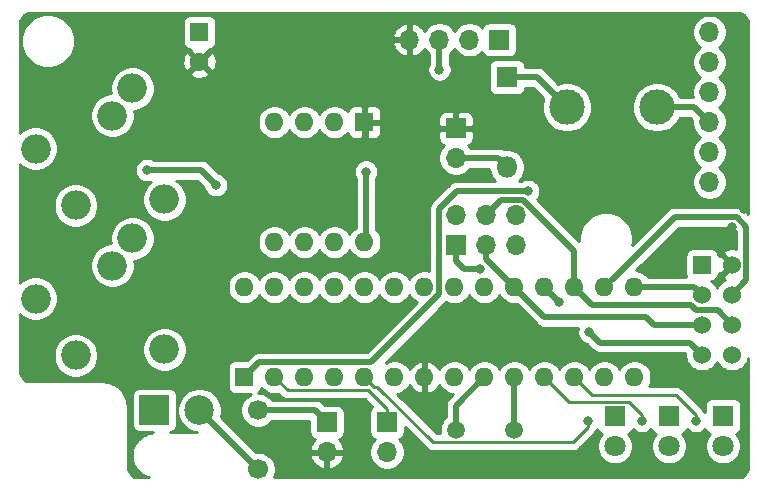
<source format=gbr>
G04 #@! TF.GenerationSoftware,KiCad,Pcbnew,5.1.5-52549c5~84~ubuntu18.04.1*
G04 #@! TF.CreationDate,2020-02-24T11:14:47+00:00*
G04 #@! TF.ProjectId,transmitter,7472616e-736d-4697-9474-65722e6b6963,rev?*
G04 #@! TF.SameCoordinates,Original*
G04 #@! TF.FileFunction,Copper,L1,Top*
G04 #@! TF.FilePolarity,Positive*
%FSLAX46Y46*%
G04 Gerber Fmt 4.6, Leading zero omitted, Abs format (unit mm)*
G04 Created by KiCad (PCBNEW 5.1.5-52549c5~84~ubuntu18.04.1) date 2020-02-24 11:14:47*
%MOMM*%
%LPD*%
G04 APERTURE LIST*
%ADD10R,2.499360X2.499360*%
%ADD11C,2.499360*%
%ADD12R,1.600000X1.600000*%
%ADD13O,1.600000X1.600000*%
%ADD14R,1.524000X1.524000*%
%ADD15C,1.524000*%
%ADD16C,1.500000*%
%ADD17R,1.700000X1.700000*%
%ADD18O,1.700000X1.700000*%
%ADD19C,3.000000*%
%ADD20R,1.800000X1.800000*%
%ADD21O,1.800000X1.800000*%
%ADD22C,1.700000*%
%ADD23C,1.600000*%
%ADD24O,2.500000X2.500000*%
%ADD25C,1.800000*%
%ADD26C,0.800000*%
%ADD27C,0.500000*%
%ADD28C,0.250000*%
%ADD29C,0.254000*%
G04 APERTURE END LIST*
D10*
X90805000Y-86614000D03*
D11*
X94615000Y-86614000D03*
D12*
X98425000Y-83820000D03*
D13*
X131445000Y-76200000D03*
X100965000Y-83820000D03*
X128905000Y-76200000D03*
X103505000Y-83820000D03*
X126365000Y-76200000D03*
X106045000Y-83820000D03*
X123825000Y-76200000D03*
X108585000Y-83820000D03*
X121285000Y-76200000D03*
X111125000Y-83820000D03*
X118745000Y-76200000D03*
X113665000Y-83820000D03*
X116205000Y-76200000D03*
X116205000Y-83820000D03*
X113665000Y-76200000D03*
X118745000Y-83820000D03*
X111125000Y-76200000D03*
X121285000Y-83820000D03*
X108585000Y-76200000D03*
X123825000Y-83820000D03*
X106045000Y-76200000D03*
X126365000Y-83820000D03*
X103505000Y-76200000D03*
X128905000Y-83820000D03*
X100965000Y-76200000D03*
X131445000Y-83820000D03*
X98425000Y-76200000D03*
D14*
X137160000Y-74295000D03*
D15*
X139700000Y-74295000D03*
X137160000Y-76835000D03*
X139700000Y-76835000D03*
X137160000Y-79375000D03*
X139700000Y-79375000D03*
X137160000Y-81915000D03*
X139700000Y-81915000D03*
D12*
X108585000Y-62230000D03*
D13*
X100965000Y-72390000D03*
X106045000Y-62230000D03*
X103505000Y-72390000D03*
X103505000Y-62230000D03*
X106045000Y-72390000D03*
X100965000Y-62230000D03*
X108585000Y-72390000D03*
D16*
X121232000Y-88265000D03*
X116332000Y-88265000D03*
D17*
X120015000Y-55245000D03*
D18*
X117475000Y-55245000D03*
X114935000Y-55245000D03*
X112395000Y-55245000D03*
D19*
X125730000Y-60960000D03*
X133350000Y-60960000D03*
D20*
X120650000Y-58420000D03*
D21*
X120650000Y-66040000D03*
D22*
X99568000Y-86614000D03*
X99568000Y-91614000D03*
D12*
X94615000Y-54610000D03*
D23*
X94615000Y-57110000D03*
D18*
X137795000Y-59690000D03*
X137795000Y-62230000D03*
X137795000Y-64770000D03*
X137795000Y-67310000D03*
X137795000Y-54610000D03*
X137795000Y-57150000D03*
D17*
X116332000Y-72644000D03*
D18*
X116332000Y-70104000D03*
X118872000Y-72644000D03*
X118872000Y-70104000D03*
X121412000Y-72644000D03*
X121412000Y-70104000D03*
D24*
X80740000Y-64474000D03*
X84140000Y-69274000D03*
X87240000Y-61674000D03*
X88940000Y-59374000D03*
X91640000Y-68774000D03*
X91640000Y-81474000D03*
X88940000Y-72074000D03*
X87240000Y-74374000D03*
X84140000Y-81974000D03*
X80740000Y-77174000D03*
D20*
X129794000Y-87122000D03*
D25*
X129794000Y-89662000D03*
X134366000Y-89662000D03*
D20*
X134366000Y-87122000D03*
X138938000Y-87122000D03*
D25*
X138938000Y-89662000D03*
D17*
X110490000Y-87630000D03*
D18*
X110490000Y-90170000D03*
D17*
X105410000Y-87630000D03*
D18*
X105410000Y-90170000D03*
D17*
X116332000Y-62738000D03*
D18*
X116332000Y-65278000D03*
D26*
X114935000Y-57785000D03*
X99060000Y-80645000D03*
X108712000Y-64516000D03*
X139700000Y-71120000D03*
X140716000Y-69596000D03*
X108712000Y-66407000D03*
X96012000Y-67564000D03*
X90170000Y-66294000D03*
X125095000Y-77470000D03*
X127635000Y-80010000D03*
X118364000Y-74676000D03*
X122437276Y-68054679D03*
X127508000Y-87517000D03*
X132080000Y-87517000D03*
X136652000Y-87517000D03*
D27*
X114935000Y-55245000D02*
X114935000Y-57785000D01*
X108712000Y-62357000D02*
X108585000Y-62230000D01*
X108712000Y-64516000D02*
X108712000Y-62357000D01*
X116332000Y-86233000D02*
X118745000Y-83820000D01*
X116332000Y-88265000D02*
X116332000Y-86233000D01*
X121285000Y-88212000D02*
X121232000Y-88265000D01*
X121285000Y-83820000D02*
X121285000Y-88212000D01*
X136525000Y-60960000D02*
X137795000Y-62230000D01*
X133350000Y-60960000D02*
X136525000Y-60960000D01*
X108712000Y-72263000D02*
X108585000Y-72390000D01*
X108712000Y-66407000D02*
X108712000Y-72263000D01*
X104394000Y-86614000D02*
X105410000Y-87630000D01*
X99568000Y-86614000D02*
X104394000Y-86614000D01*
X99568000Y-91567000D02*
X99568000Y-91614000D01*
X94615000Y-86614000D02*
X99568000Y-91567000D01*
X96012000Y-67564000D02*
X94742000Y-66294000D01*
X94742000Y-66294000D02*
X90170000Y-66294000D01*
X136525000Y-76200000D02*
X137160000Y-76835000D01*
X131445000Y-76200000D02*
X136525000Y-76200000D01*
X139700000Y-76835000D02*
X140912001Y-75622999D01*
X129704999Y-75400001D02*
X128905000Y-76200000D01*
X134835001Y-70269999D02*
X129704999Y-75400001D01*
X140108001Y-70269999D02*
X134835001Y-70269999D01*
X140912001Y-71073999D02*
X140108001Y-70269999D01*
X140912001Y-75622999D02*
X140912001Y-71073999D01*
X136805037Y-79375000D02*
X137160000Y-79375000D01*
X118872000Y-73787000D02*
X121285000Y-76200000D01*
X118872000Y-72644000D02*
X118872000Y-73787000D01*
X133069963Y-79375000D02*
X132434963Y-78740000D01*
X137160000Y-79375000D02*
X133069963Y-79375000D01*
X123825000Y-78740000D02*
X121285000Y-76200000D01*
X132434963Y-78740000D02*
X123825000Y-78740000D01*
X125095000Y-60325000D02*
X125730000Y-60960000D01*
X123190000Y-58420000D02*
X125730000Y-60960000D01*
X120650000Y-58420000D02*
X123190000Y-58420000D01*
X119888000Y-65278000D02*
X120650000Y-66040000D01*
X116332000Y-65278000D02*
X119888000Y-65278000D01*
X123825000Y-76200000D02*
X125095000Y-77470000D01*
X116332000Y-73994000D02*
X117014000Y-74676000D01*
X116332000Y-72644000D02*
X116332000Y-73994000D01*
X117014000Y-74676000D02*
X118364000Y-74676000D01*
X137160000Y-81915000D02*
X136144000Y-80899000D01*
X128524000Y-80899000D02*
X127635000Y-80010000D01*
X136144000Y-80899000D02*
X128524000Y-80899000D01*
X126365000Y-75068630D02*
X126365000Y-76200000D01*
X126365000Y-73132998D02*
X126365000Y-75068630D01*
X122036001Y-68803999D02*
X126365000Y-73132998D01*
X120172001Y-68803999D02*
X122036001Y-68803999D01*
X118872000Y-70104000D02*
X120172001Y-68803999D01*
X136694237Y-78162999D02*
X136255238Y-77724000D01*
X139700000Y-79375000D02*
X138487999Y-78162999D01*
X138487999Y-78162999D02*
X136694237Y-78162999D01*
X127889000Y-77724000D02*
X126365000Y-76200000D01*
X136255238Y-77724000D02*
X127889000Y-77724000D01*
X109145003Y-82569999D02*
X99675001Y-82569999D01*
X114915001Y-76800001D02*
X109145003Y-82569999D01*
X114915001Y-69596997D02*
X114915001Y-76800001D01*
X99675001Y-82569999D02*
X98425000Y-83820000D01*
X116457319Y-68054679D02*
X122437276Y-68054679D01*
X114915001Y-69596997D02*
X116457319Y-68054679D01*
D28*
X127508000Y-87630000D02*
X127508000Y-87517000D01*
X126209999Y-89340001D02*
X127508000Y-88042000D01*
X114391002Y-89340001D02*
X126209999Y-89340001D01*
X109671000Y-84619999D02*
X114391002Y-89340001D01*
X127508000Y-88042000D02*
X127508000Y-87517000D01*
X109384999Y-84619999D02*
X109671000Y-84619999D01*
X108585000Y-83820000D02*
X109384999Y-84619999D01*
X130954001Y-85896999D02*
X132080000Y-87022998D01*
X123825000Y-83820000D02*
X125901999Y-85896999D01*
X125901999Y-85896999D02*
X130954001Y-85896999D01*
X132080000Y-87022998D02*
X132080000Y-87517000D01*
X126365000Y-83820000D02*
X127889000Y-85344000D01*
X134973002Y-85344000D02*
X136652000Y-87022998D01*
X127889000Y-85344000D02*
X134973002Y-85344000D01*
X136652000Y-87022998D02*
X136652000Y-87517000D01*
X110490000Y-86530000D02*
X110490000Y-87630000D01*
X108905001Y-84945001D02*
X110490000Y-86530000D01*
X102090001Y-84945001D02*
X108905001Y-84945001D01*
X100965000Y-83820000D02*
X102090001Y-84945001D01*
D29*
G36*
X140375200Y-53003559D02*
G01*
X140536041Y-53052120D01*
X140684378Y-53130992D01*
X140814574Y-53237176D01*
X140921664Y-53366626D01*
X141001572Y-53514414D01*
X141051252Y-53674902D01*
X141072000Y-53872306D01*
X141072000Y-69982420D01*
X140764535Y-69674955D01*
X140736818Y-69641182D01*
X140602060Y-69530588D01*
X140448314Y-69448410D01*
X140281491Y-69397804D01*
X140151478Y-69384999D01*
X140151470Y-69384999D01*
X140108001Y-69380718D01*
X140064532Y-69384999D01*
X134878466Y-69384999D01*
X134835000Y-69380718D01*
X134791534Y-69384999D01*
X134791524Y-69384999D01*
X134661511Y-69397804D01*
X134494688Y-69448410D01*
X134340942Y-69530588D01*
X134313000Y-69553520D01*
X134239954Y-69613467D01*
X134239952Y-69613469D01*
X134206184Y-69641182D01*
X134178471Y-69674950D01*
X131261272Y-72592150D01*
X131307427Y-72360110D01*
X131307427Y-71911890D01*
X131219984Y-71472282D01*
X131048457Y-71058181D01*
X130799440Y-70685500D01*
X130482500Y-70368560D01*
X130109819Y-70119543D01*
X129695718Y-69948016D01*
X129256110Y-69860573D01*
X128807890Y-69860573D01*
X128368282Y-69948016D01*
X127954181Y-70119543D01*
X127581500Y-70368560D01*
X127264560Y-70685500D01*
X127015543Y-71058181D01*
X126844016Y-71472282D01*
X126756573Y-71911890D01*
X126756573Y-72272992D01*
X123219623Y-68736043D01*
X123241213Y-68714453D01*
X123354481Y-68544935D01*
X123432502Y-68356577D01*
X123472276Y-68156618D01*
X123472276Y-67952740D01*
X123432502Y-67752781D01*
X123354481Y-67564423D01*
X123241213Y-67394905D01*
X123097050Y-67250742D01*
X122927532Y-67137474D01*
X122739174Y-67059453D01*
X122539215Y-67019679D01*
X122335337Y-67019679D01*
X122135378Y-67059453D01*
X121947020Y-67137474D01*
X121898822Y-67169679D01*
X121691138Y-67169679D01*
X121842312Y-67018505D01*
X122010299Y-66767095D01*
X122126011Y-66487743D01*
X122185000Y-66191184D01*
X122185000Y-65888816D01*
X122126011Y-65592257D01*
X122010299Y-65312905D01*
X121842312Y-65061495D01*
X121628505Y-64847688D01*
X121377095Y-64679701D01*
X121097743Y-64563989D01*
X120801184Y-64505000D01*
X120498816Y-64505000D01*
X120367927Y-64531035D01*
X120228313Y-64456411D01*
X120061490Y-64405805D01*
X119931477Y-64393000D01*
X119931469Y-64393000D01*
X119888000Y-64388719D01*
X119844531Y-64393000D01*
X117526656Y-64393000D01*
X117485475Y-64331368D01*
X117353620Y-64199513D01*
X117426180Y-64177502D01*
X117536494Y-64118537D01*
X117633185Y-64039185D01*
X117712537Y-63942494D01*
X117771502Y-63832180D01*
X117807812Y-63712482D01*
X117820072Y-63588000D01*
X117817000Y-63023750D01*
X117658250Y-62865000D01*
X116459000Y-62865000D01*
X116459000Y-62885000D01*
X116205000Y-62885000D01*
X116205000Y-62865000D01*
X115005750Y-62865000D01*
X114847000Y-63023750D01*
X114843928Y-63588000D01*
X114856188Y-63712482D01*
X114892498Y-63832180D01*
X114951463Y-63942494D01*
X115030815Y-64039185D01*
X115127506Y-64118537D01*
X115237820Y-64177502D01*
X115310380Y-64199513D01*
X115178525Y-64331368D01*
X115016010Y-64574589D01*
X114904068Y-64844842D01*
X114847000Y-65131740D01*
X114847000Y-65424260D01*
X114904068Y-65711158D01*
X115016010Y-65981411D01*
X115178525Y-66224632D01*
X115385368Y-66431475D01*
X115628589Y-66593990D01*
X115898842Y-66705932D01*
X116185740Y-66763000D01*
X116478260Y-66763000D01*
X116765158Y-66705932D01*
X117035411Y-66593990D01*
X117278632Y-66431475D01*
X117485475Y-66224632D01*
X117526656Y-66163000D01*
X119115000Y-66163000D01*
X119115000Y-66191184D01*
X119173989Y-66487743D01*
X119289701Y-66767095D01*
X119457688Y-67018505D01*
X119608862Y-67169679D01*
X116500785Y-67169679D01*
X116457318Y-67165398D01*
X116413852Y-67169679D01*
X116413842Y-67169679D01*
X116283829Y-67182484D01*
X116117006Y-67233090D01*
X115963260Y-67315268D01*
X115963258Y-67315269D01*
X115963259Y-67315269D01*
X115862272Y-67398147D01*
X115862270Y-67398149D01*
X115828502Y-67425862D01*
X115800789Y-67459630D01*
X114319957Y-68940463D01*
X114286184Y-68968180D01*
X114175590Y-69102939D01*
X114093412Y-69256685D01*
X114058158Y-69372901D01*
X114049759Y-69400589D01*
X114042806Y-69423508D01*
X114030001Y-69553521D01*
X114030001Y-69553528D01*
X114025720Y-69596997D01*
X114030001Y-69640466D01*
X114030002Y-74809491D01*
X113806335Y-74765000D01*
X113523665Y-74765000D01*
X113246426Y-74820147D01*
X112985273Y-74928320D01*
X112750241Y-75085363D01*
X112550363Y-75285241D01*
X112395000Y-75517759D01*
X112239637Y-75285241D01*
X112039759Y-75085363D01*
X111804727Y-74928320D01*
X111543574Y-74820147D01*
X111266335Y-74765000D01*
X110983665Y-74765000D01*
X110706426Y-74820147D01*
X110445273Y-74928320D01*
X110210241Y-75085363D01*
X110010363Y-75285241D01*
X109855000Y-75517759D01*
X109699637Y-75285241D01*
X109499759Y-75085363D01*
X109264727Y-74928320D01*
X109003574Y-74820147D01*
X108726335Y-74765000D01*
X108443665Y-74765000D01*
X108166426Y-74820147D01*
X107905273Y-74928320D01*
X107670241Y-75085363D01*
X107470363Y-75285241D01*
X107315000Y-75517759D01*
X107159637Y-75285241D01*
X106959759Y-75085363D01*
X106724727Y-74928320D01*
X106463574Y-74820147D01*
X106186335Y-74765000D01*
X105903665Y-74765000D01*
X105626426Y-74820147D01*
X105365273Y-74928320D01*
X105130241Y-75085363D01*
X104930363Y-75285241D01*
X104775000Y-75517759D01*
X104619637Y-75285241D01*
X104419759Y-75085363D01*
X104184727Y-74928320D01*
X103923574Y-74820147D01*
X103646335Y-74765000D01*
X103363665Y-74765000D01*
X103086426Y-74820147D01*
X102825273Y-74928320D01*
X102590241Y-75085363D01*
X102390363Y-75285241D01*
X102235000Y-75517759D01*
X102079637Y-75285241D01*
X101879759Y-75085363D01*
X101644727Y-74928320D01*
X101383574Y-74820147D01*
X101106335Y-74765000D01*
X100823665Y-74765000D01*
X100546426Y-74820147D01*
X100285273Y-74928320D01*
X100050241Y-75085363D01*
X99850363Y-75285241D01*
X99695000Y-75517759D01*
X99539637Y-75285241D01*
X99339759Y-75085363D01*
X99104727Y-74928320D01*
X98843574Y-74820147D01*
X98566335Y-74765000D01*
X98283665Y-74765000D01*
X98006426Y-74820147D01*
X97745273Y-74928320D01*
X97510241Y-75085363D01*
X97310363Y-75285241D01*
X97153320Y-75520273D01*
X97045147Y-75781426D01*
X96990000Y-76058665D01*
X96990000Y-76341335D01*
X97045147Y-76618574D01*
X97153320Y-76879727D01*
X97310363Y-77114759D01*
X97510241Y-77314637D01*
X97745273Y-77471680D01*
X98006426Y-77579853D01*
X98283665Y-77635000D01*
X98566335Y-77635000D01*
X98843574Y-77579853D01*
X99104727Y-77471680D01*
X99339759Y-77314637D01*
X99539637Y-77114759D01*
X99695000Y-76882241D01*
X99850363Y-77114759D01*
X100050241Y-77314637D01*
X100285273Y-77471680D01*
X100546426Y-77579853D01*
X100823665Y-77635000D01*
X101106335Y-77635000D01*
X101383574Y-77579853D01*
X101644727Y-77471680D01*
X101879759Y-77314637D01*
X102079637Y-77114759D01*
X102235000Y-76882241D01*
X102390363Y-77114759D01*
X102590241Y-77314637D01*
X102825273Y-77471680D01*
X103086426Y-77579853D01*
X103363665Y-77635000D01*
X103646335Y-77635000D01*
X103923574Y-77579853D01*
X104184727Y-77471680D01*
X104419759Y-77314637D01*
X104619637Y-77114759D01*
X104775000Y-76882241D01*
X104930363Y-77114759D01*
X105130241Y-77314637D01*
X105365273Y-77471680D01*
X105626426Y-77579853D01*
X105903665Y-77635000D01*
X106186335Y-77635000D01*
X106463574Y-77579853D01*
X106724727Y-77471680D01*
X106959759Y-77314637D01*
X107159637Y-77114759D01*
X107315000Y-76882241D01*
X107470363Y-77114759D01*
X107670241Y-77314637D01*
X107905273Y-77471680D01*
X108166426Y-77579853D01*
X108443665Y-77635000D01*
X108726335Y-77635000D01*
X109003574Y-77579853D01*
X109264727Y-77471680D01*
X109499759Y-77314637D01*
X109699637Y-77114759D01*
X109855000Y-76882241D01*
X110010363Y-77114759D01*
X110210241Y-77314637D01*
X110445273Y-77471680D01*
X110706426Y-77579853D01*
X110983665Y-77635000D01*
X111266335Y-77635000D01*
X111543574Y-77579853D01*
X111804727Y-77471680D01*
X112039759Y-77314637D01*
X112239637Y-77114759D01*
X112395000Y-76882241D01*
X112550363Y-77114759D01*
X112750241Y-77314637D01*
X112985273Y-77471680D01*
X112989848Y-77473575D01*
X108778425Y-81684999D01*
X99718466Y-81684999D01*
X99675000Y-81680718D01*
X99631534Y-81684999D01*
X99631524Y-81684999D01*
X99501511Y-81697804D01*
X99334688Y-81748410D01*
X99180942Y-81830588D01*
X99180940Y-81830589D01*
X99180941Y-81830589D01*
X99079954Y-81913467D01*
X99079952Y-81913469D01*
X99046184Y-81941182D01*
X99018471Y-81974950D01*
X98611493Y-82381928D01*
X97625000Y-82381928D01*
X97500518Y-82394188D01*
X97380820Y-82430498D01*
X97270506Y-82489463D01*
X97173815Y-82568815D01*
X97094463Y-82665506D01*
X97035498Y-82775820D01*
X96999188Y-82895518D01*
X96986928Y-83020000D01*
X96986928Y-84620000D01*
X96999188Y-84744482D01*
X97035498Y-84864180D01*
X97094463Y-84974494D01*
X97173815Y-85071185D01*
X97270506Y-85150537D01*
X97380820Y-85209502D01*
X97500518Y-85245812D01*
X97625000Y-85258072D01*
X98961008Y-85258072D01*
X98864589Y-85298010D01*
X98621368Y-85460525D01*
X98414525Y-85667368D01*
X98252010Y-85910589D01*
X98140068Y-86180842D01*
X98083000Y-86467740D01*
X98083000Y-86760260D01*
X98140068Y-87047158D01*
X98252010Y-87317411D01*
X98414525Y-87560632D01*
X98621368Y-87767475D01*
X98864589Y-87929990D01*
X99134842Y-88041932D01*
X99421740Y-88099000D01*
X99714260Y-88099000D01*
X100001158Y-88041932D01*
X100271411Y-87929990D01*
X100514632Y-87767475D01*
X100721475Y-87560632D01*
X100762656Y-87499000D01*
X103921928Y-87499000D01*
X103921928Y-88480000D01*
X103934188Y-88604482D01*
X103970498Y-88724180D01*
X104029463Y-88834494D01*
X104108815Y-88931185D01*
X104205506Y-89010537D01*
X104315820Y-89069502D01*
X104396466Y-89093966D01*
X104312412Y-89169731D01*
X104138359Y-89403080D01*
X104013175Y-89665901D01*
X103968524Y-89813110D01*
X104089845Y-90043000D01*
X105283000Y-90043000D01*
X105283000Y-90023000D01*
X105537000Y-90023000D01*
X105537000Y-90043000D01*
X106730155Y-90043000D01*
X106851476Y-89813110D01*
X106806825Y-89665901D01*
X106681641Y-89403080D01*
X106507588Y-89169731D01*
X106423534Y-89093966D01*
X106504180Y-89069502D01*
X106614494Y-89010537D01*
X106711185Y-88931185D01*
X106790537Y-88834494D01*
X106849502Y-88724180D01*
X106885812Y-88604482D01*
X106898072Y-88480000D01*
X106898072Y-86780000D01*
X106885812Y-86655518D01*
X106849502Y-86535820D01*
X106790537Y-86425506D01*
X106711185Y-86328815D01*
X106614494Y-86249463D01*
X106504180Y-86190498D01*
X106384482Y-86154188D01*
X106260000Y-86141928D01*
X105173506Y-86141928D01*
X105050534Y-86018956D01*
X105022817Y-85985183D01*
X104888059Y-85874589D01*
X104734313Y-85792411D01*
X104567490Y-85741805D01*
X104437477Y-85729000D01*
X104437469Y-85729000D01*
X104394000Y-85724719D01*
X104350531Y-85729000D01*
X100762656Y-85729000D01*
X100721475Y-85667368D01*
X100514632Y-85460525D01*
X100271411Y-85298010D01*
X100001158Y-85186068D01*
X99714260Y-85129000D01*
X99605737Y-85129000D01*
X99676185Y-85071185D01*
X99755537Y-84974494D01*
X99814502Y-84864180D01*
X99850812Y-84744482D01*
X99851643Y-84736039D01*
X100050241Y-84934637D01*
X100285273Y-85091680D01*
X100546426Y-85199853D01*
X100823665Y-85255000D01*
X101106335Y-85255000D01*
X101288886Y-85218688D01*
X101526201Y-85456003D01*
X101550000Y-85485002D01*
X101665725Y-85579975D01*
X101797754Y-85650547D01*
X101941015Y-85694004D01*
X102052668Y-85705001D01*
X102052676Y-85705001D01*
X102090001Y-85708677D01*
X102127326Y-85705001D01*
X108590200Y-85705001D01*
X109202655Y-86317457D01*
X109188815Y-86328815D01*
X109109463Y-86425506D01*
X109050498Y-86535820D01*
X109014188Y-86655518D01*
X109001928Y-86780000D01*
X109001928Y-88480000D01*
X109014188Y-88604482D01*
X109050498Y-88724180D01*
X109109463Y-88834494D01*
X109188815Y-88931185D01*
X109285506Y-89010537D01*
X109395820Y-89069502D01*
X109468380Y-89091513D01*
X109336525Y-89223368D01*
X109174010Y-89466589D01*
X109062068Y-89736842D01*
X109005000Y-90023740D01*
X109005000Y-90316260D01*
X109062068Y-90603158D01*
X109174010Y-90873411D01*
X109336525Y-91116632D01*
X109543368Y-91323475D01*
X109786589Y-91485990D01*
X110056842Y-91597932D01*
X110343740Y-91655000D01*
X110636260Y-91655000D01*
X110923158Y-91597932D01*
X111193411Y-91485990D01*
X111436632Y-91323475D01*
X111643475Y-91116632D01*
X111805990Y-90873411D01*
X111917932Y-90603158D01*
X111975000Y-90316260D01*
X111975000Y-90023740D01*
X111917932Y-89736842D01*
X111805990Y-89466589D01*
X111643475Y-89223368D01*
X111511620Y-89091513D01*
X111584180Y-89069502D01*
X111694494Y-89010537D01*
X111791185Y-88931185D01*
X111870537Y-88834494D01*
X111929502Y-88724180D01*
X111965812Y-88604482D01*
X111978072Y-88480000D01*
X111978072Y-88001873D01*
X113827203Y-89851004D01*
X113851001Y-89880002D01*
X113966726Y-89974975D01*
X114098755Y-90045547D01*
X114242016Y-90089004D01*
X114353669Y-90100001D01*
X114353679Y-90100001D01*
X114391002Y-90103677D01*
X114428325Y-90100001D01*
X126172677Y-90100001D01*
X126209999Y-90103677D01*
X126247321Y-90100001D01*
X126247332Y-90100001D01*
X126358985Y-90089004D01*
X126502246Y-90045547D01*
X126634275Y-89974975D01*
X126750000Y-89880002D01*
X126773803Y-89850998D01*
X128019004Y-88605798D01*
X128048001Y-88582001D01*
X128142974Y-88466276D01*
X128213546Y-88334247D01*
X128239272Y-88249439D01*
X128285421Y-88203290D01*
X128304498Y-88266180D01*
X128363463Y-88376494D01*
X128442815Y-88473185D01*
X128539506Y-88552537D01*
X128649820Y-88611502D01*
X128668127Y-88617056D01*
X128601688Y-88683495D01*
X128433701Y-88934905D01*
X128317989Y-89214257D01*
X128259000Y-89510816D01*
X128259000Y-89813184D01*
X128317989Y-90109743D01*
X128433701Y-90389095D01*
X128601688Y-90640505D01*
X128815495Y-90854312D01*
X129066905Y-91022299D01*
X129346257Y-91138011D01*
X129642816Y-91197000D01*
X129945184Y-91197000D01*
X130241743Y-91138011D01*
X130521095Y-91022299D01*
X130772505Y-90854312D01*
X130986312Y-90640505D01*
X131154299Y-90389095D01*
X131270011Y-90109743D01*
X131329000Y-89813184D01*
X131329000Y-89510816D01*
X131270011Y-89214257D01*
X131154299Y-88934905D01*
X130986312Y-88683495D01*
X130919873Y-88617056D01*
X130938180Y-88611502D01*
X131048494Y-88552537D01*
X131145185Y-88473185D01*
X131224537Y-88376494D01*
X131283502Y-88266180D01*
X131302579Y-88203290D01*
X131420226Y-88320937D01*
X131589744Y-88434205D01*
X131778102Y-88512226D01*
X131978061Y-88552000D01*
X132181939Y-88552000D01*
X132381898Y-88512226D01*
X132570256Y-88434205D01*
X132739774Y-88320937D01*
X132857421Y-88203290D01*
X132876498Y-88266180D01*
X132935463Y-88376494D01*
X133014815Y-88473185D01*
X133111506Y-88552537D01*
X133221820Y-88611502D01*
X133240127Y-88617056D01*
X133173688Y-88683495D01*
X133005701Y-88934905D01*
X132889989Y-89214257D01*
X132831000Y-89510816D01*
X132831000Y-89813184D01*
X132889989Y-90109743D01*
X133005701Y-90389095D01*
X133173688Y-90640505D01*
X133387495Y-90854312D01*
X133638905Y-91022299D01*
X133918257Y-91138011D01*
X134214816Y-91197000D01*
X134517184Y-91197000D01*
X134813743Y-91138011D01*
X135093095Y-91022299D01*
X135344505Y-90854312D01*
X135558312Y-90640505D01*
X135726299Y-90389095D01*
X135842011Y-90109743D01*
X135901000Y-89813184D01*
X135901000Y-89510816D01*
X135842011Y-89214257D01*
X135726299Y-88934905D01*
X135558312Y-88683495D01*
X135491873Y-88617056D01*
X135510180Y-88611502D01*
X135620494Y-88552537D01*
X135717185Y-88473185D01*
X135796537Y-88376494D01*
X135855502Y-88266180D01*
X135874579Y-88203290D01*
X135992226Y-88320937D01*
X136161744Y-88434205D01*
X136350102Y-88512226D01*
X136550061Y-88552000D01*
X136753939Y-88552000D01*
X136953898Y-88512226D01*
X137142256Y-88434205D01*
X137311774Y-88320937D01*
X137429421Y-88203290D01*
X137448498Y-88266180D01*
X137507463Y-88376494D01*
X137586815Y-88473185D01*
X137683506Y-88552537D01*
X137793820Y-88611502D01*
X137812127Y-88617056D01*
X137745688Y-88683495D01*
X137577701Y-88934905D01*
X137461989Y-89214257D01*
X137403000Y-89510816D01*
X137403000Y-89813184D01*
X137461989Y-90109743D01*
X137577701Y-90389095D01*
X137745688Y-90640505D01*
X137959495Y-90854312D01*
X138210905Y-91022299D01*
X138490257Y-91138011D01*
X138786816Y-91197000D01*
X139089184Y-91197000D01*
X139385743Y-91138011D01*
X139665095Y-91022299D01*
X139916505Y-90854312D01*
X140130312Y-90640505D01*
X140298299Y-90389095D01*
X140414011Y-90109743D01*
X140473000Y-89813184D01*
X140473000Y-89510816D01*
X140414011Y-89214257D01*
X140298299Y-88934905D01*
X140130312Y-88683495D01*
X140063873Y-88617056D01*
X140082180Y-88611502D01*
X140192494Y-88552537D01*
X140289185Y-88473185D01*
X140368537Y-88376494D01*
X140427502Y-88266180D01*
X140463812Y-88146482D01*
X140476072Y-88022000D01*
X140476072Y-86222000D01*
X140463812Y-86097518D01*
X140427502Y-85977820D01*
X140368537Y-85867506D01*
X140289185Y-85770815D01*
X140192494Y-85691463D01*
X140082180Y-85632498D01*
X139962482Y-85596188D01*
X139838000Y-85583928D01*
X138038000Y-85583928D01*
X137913518Y-85596188D01*
X137793820Y-85632498D01*
X137683506Y-85691463D01*
X137586815Y-85770815D01*
X137507463Y-85867506D01*
X137448498Y-85977820D01*
X137412188Y-86097518D01*
X137399928Y-86222000D01*
X137399928Y-86801217D01*
X137369774Y-86771063D01*
X137357546Y-86730751D01*
X137286974Y-86598722D01*
X137192001Y-86482997D01*
X137163004Y-86459200D01*
X135536806Y-84833003D01*
X135513003Y-84803999D01*
X135397278Y-84709026D01*
X135265249Y-84638454D01*
X135121988Y-84594997D01*
X135010335Y-84584000D01*
X135010324Y-84584000D01*
X134973002Y-84580324D01*
X134935680Y-84584000D01*
X132660371Y-84584000D01*
X132716680Y-84499727D01*
X132824853Y-84238574D01*
X132880000Y-83961335D01*
X132880000Y-83678665D01*
X132824853Y-83401426D01*
X132716680Y-83140273D01*
X132559637Y-82905241D01*
X132359759Y-82705363D01*
X132124727Y-82548320D01*
X131863574Y-82440147D01*
X131586335Y-82385000D01*
X131303665Y-82385000D01*
X131026426Y-82440147D01*
X130765273Y-82548320D01*
X130530241Y-82705363D01*
X130330363Y-82905241D01*
X130175000Y-83137759D01*
X130019637Y-82905241D01*
X129819759Y-82705363D01*
X129584727Y-82548320D01*
X129323574Y-82440147D01*
X129046335Y-82385000D01*
X128763665Y-82385000D01*
X128486426Y-82440147D01*
X128225273Y-82548320D01*
X127990241Y-82705363D01*
X127790363Y-82905241D01*
X127635000Y-83137759D01*
X127479637Y-82905241D01*
X127279759Y-82705363D01*
X127044727Y-82548320D01*
X126783574Y-82440147D01*
X126506335Y-82385000D01*
X126223665Y-82385000D01*
X125946426Y-82440147D01*
X125685273Y-82548320D01*
X125450241Y-82705363D01*
X125250363Y-82905241D01*
X125095000Y-83137759D01*
X124939637Y-82905241D01*
X124739759Y-82705363D01*
X124504727Y-82548320D01*
X124243574Y-82440147D01*
X123966335Y-82385000D01*
X123683665Y-82385000D01*
X123406426Y-82440147D01*
X123145273Y-82548320D01*
X122910241Y-82705363D01*
X122710363Y-82905241D01*
X122555000Y-83137759D01*
X122399637Y-82905241D01*
X122199759Y-82705363D01*
X121964727Y-82548320D01*
X121703574Y-82440147D01*
X121426335Y-82385000D01*
X121143665Y-82385000D01*
X120866426Y-82440147D01*
X120605273Y-82548320D01*
X120370241Y-82705363D01*
X120170363Y-82905241D01*
X120015000Y-83137759D01*
X119859637Y-82905241D01*
X119659759Y-82705363D01*
X119424727Y-82548320D01*
X119163574Y-82440147D01*
X118886335Y-82385000D01*
X118603665Y-82385000D01*
X118326426Y-82440147D01*
X118065273Y-82548320D01*
X117830241Y-82705363D01*
X117630363Y-82905241D01*
X117475000Y-83137759D01*
X117319637Y-82905241D01*
X117119759Y-82705363D01*
X116884727Y-82548320D01*
X116623574Y-82440147D01*
X116346335Y-82385000D01*
X116063665Y-82385000D01*
X115786426Y-82440147D01*
X115525273Y-82548320D01*
X115290241Y-82705363D01*
X115090363Y-82905241D01*
X114933320Y-83140273D01*
X114928933Y-83150865D01*
X114817385Y-82964869D01*
X114628414Y-82756481D01*
X114402420Y-82588963D01*
X114148087Y-82468754D01*
X114014039Y-82428096D01*
X113792000Y-82550085D01*
X113792000Y-83693000D01*
X113812000Y-83693000D01*
X113812000Y-83947000D01*
X113792000Y-83947000D01*
X113792000Y-85089915D01*
X114014039Y-85211904D01*
X114148087Y-85171246D01*
X114402420Y-85051037D01*
X114628414Y-84883519D01*
X114817385Y-84675131D01*
X114928933Y-84489135D01*
X114933320Y-84499727D01*
X115090363Y-84734759D01*
X115290241Y-84934637D01*
X115525273Y-85091680D01*
X115786426Y-85199853D01*
X116059292Y-85254130D01*
X115736951Y-85576471D01*
X115703184Y-85604183D01*
X115675471Y-85637951D01*
X115675468Y-85637954D01*
X115592590Y-85738941D01*
X115510412Y-85892687D01*
X115459805Y-86059510D01*
X115442719Y-86233000D01*
X115447001Y-86276479D01*
X115447001Y-87191314D01*
X115256201Y-87382114D01*
X115104629Y-87608957D01*
X115000225Y-87861011D01*
X114947000Y-88128589D01*
X114947000Y-88401411D01*
X114982524Y-88580001D01*
X114705804Y-88580001D01*
X111361811Y-85236008D01*
X111543574Y-85199853D01*
X111804727Y-85091680D01*
X112039759Y-84934637D01*
X112239637Y-84734759D01*
X112396680Y-84499727D01*
X112401067Y-84489135D01*
X112512615Y-84675131D01*
X112701586Y-84883519D01*
X112927580Y-85051037D01*
X113181913Y-85171246D01*
X113315961Y-85211904D01*
X113538000Y-85089915D01*
X113538000Y-83947000D01*
X113518000Y-83947000D01*
X113518000Y-83693000D01*
X113538000Y-83693000D01*
X113538000Y-82550085D01*
X113315961Y-82428096D01*
X113181913Y-82468754D01*
X112927580Y-82588963D01*
X112701586Y-82756481D01*
X112512615Y-82964869D01*
X112401067Y-83150865D01*
X112396680Y-83140273D01*
X112239637Y-82905241D01*
X112039759Y-82705363D01*
X111804727Y-82548320D01*
X111543574Y-82440147D01*
X111266335Y-82385000D01*
X110983665Y-82385000D01*
X110706426Y-82440147D01*
X110445273Y-82548320D01*
X110363865Y-82602715D01*
X115507066Y-77459515D01*
X115525273Y-77471680D01*
X115786426Y-77579853D01*
X116063665Y-77635000D01*
X116346335Y-77635000D01*
X116623574Y-77579853D01*
X116884727Y-77471680D01*
X117119759Y-77314637D01*
X117319637Y-77114759D01*
X117475000Y-76882241D01*
X117630363Y-77114759D01*
X117830241Y-77314637D01*
X118065273Y-77471680D01*
X118326426Y-77579853D01*
X118603665Y-77635000D01*
X118886335Y-77635000D01*
X119163574Y-77579853D01*
X119424727Y-77471680D01*
X119659759Y-77314637D01*
X119859637Y-77114759D01*
X120015000Y-76882241D01*
X120170363Y-77114759D01*
X120370241Y-77314637D01*
X120605273Y-77471680D01*
X120866426Y-77579853D01*
X121143665Y-77635000D01*
X121426335Y-77635000D01*
X121461439Y-77628017D01*
X123168470Y-79335049D01*
X123196183Y-79368817D01*
X123229951Y-79396530D01*
X123229953Y-79396532D01*
X123301452Y-79455210D01*
X123330941Y-79479411D01*
X123484687Y-79561589D01*
X123651510Y-79612195D01*
X123781523Y-79625000D01*
X123781533Y-79625000D01*
X123824999Y-79629281D01*
X123868465Y-79625000D01*
X126674196Y-79625000D01*
X126639774Y-79708102D01*
X126600000Y-79908061D01*
X126600000Y-80111939D01*
X126639774Y-80311898D01*
X126717795Y-80500256D01*
X126831063Y-80669774D01*
X126975226Y-80813937D01*
X127144744Y-80927205D01*
X127333102Y-81005226D01*
X127389957Y-81016535D01*
X127867470Y-81494049D01*
X127895183Y-81527817D01*
X127928951Y-81555530D01*
X127928953Y-81555532D01*
X128029941Y-81638411D01*
X128183687Y-81720589D01*
X128350510Y-81771195D01*
X128480523Y-81784000D01*
X128480531Y-81784000D01*
X128524000Y-81788281D01*
X128567469Y-81784000D01*
X135763000Y-81784000D01*
X135763000Y-82052592D01*
X135816686Y-82322490D01*
X135921995Y-82576727D01*
X136074880Y-82805535D01*
X136269465Y-83000120D01*
X136498273Y-83153005D01*
X136752510Y-83258314D01*
X137022408Y-83312000D01*
X137297592Y-83312000D01*
X137567490Y-83258314D01*
X137821727Y-83153005D01*
X138050535Y-83000120D01*
X138245120Y-82805535D01*
X138398005Y-82576727D01*
X138430000Y-82499485D01*
X138461995Y-82576727D01*
X138614880Y-82805535D01*
X138809465Y-83000120D01*
X139038273Y-83153005D01*
X139292510Y-83258314D01*
X139562408Y-83312000D01*
X139837592Y-83312000D01*
X140107490Y-83258314D01*
X140361727Y-83153005D01*
X140590535Y-83000120D01*
X140785120Y-82805535D01*
X140938005Y-82576727D01*
X141043314Y-82322490D01*
X141072001Y-82178272D01*
X141072001Y-91407713D01*
X141052441Y-91607204D01*
X141003881Y-91768040D01*
X140925008Y-91916378D01*
X140818822Y-92046575D01*
X140689372Y-92153665D01*
X140541586Y-92233572D01*
X140381094Y-92283253D01*
X140183695Y-92304000D01*
X100889545Y-92304000D01*
X100995932Y-92047158D01*
X101053000Y-91760260D01*
X101053000Y-91467740D01*
X100995932Y-91180842D01*
X100883990Y-90910589D01*
X100721475Y-90667368D01*
X100580997Y-90526890D01*
X103968524Y-90526890D01*
X104013175Y-90674099D01*
X104138359Y-90936920D01*
X104312412Y-91170269D01*
X104528645Y-91365178D01*
X104778748Y-91514157D01*
X105053109Y-91611481D01*
X105283000Y-91490814D01*
X105283000Y-90297000D01*
X105537000Y-90297000D01*
X105537000Y-91490814D01*
X105766891Y-91611481D01*
X106041252Y-91514157D01*
X106291355Y-91365178D01*
X106507588Y-91170269D01*
X106681641Y-90936920D01*
X106806825Y-90674099D01*
X106851476Y-90526890D01*
X106730155Y-90297000D01*
X105537000Y-90297000D01*
X105283000Y-90297000D01*
X104089845Y-90297000D01*
X103968524Y-90526890D01*
X100580997Y-90526890D01*
X100514632Y-90460525D01*
X100271411Y-90298010D01*
X100001158Y-90186068D01*
X99714260Y-90129000D01*
X99421740Y-90129000D01*
X99388242Y-90135663D01*
X96424051Y-87171472D01*
X96427253Y-87163741D01*
X96499680Y-86799625D01*
X96499680Y-86428375D01*
X96427253Y-86064259D01*
X96285182Y-85721269D01*
X96078926Y-85412587D01*
X95816413Y-85150074D01*
X95507731Y-84943818D01*
X95164741Y-84801747D01*
X94800625Y-84729320D01*
X94429375Y-84729320D01*
X94065259Y-84801747D01*
X93722269Y-84943818D01*
X93413587Y-85150074D01*
X93151074Y-85412587D01*
X92944818Y-85721269D01*
X92802747Y-86064259D01*
X92730320Y-86428375D01*
X92730320Y-86799625D01*
X92802747Y-87163741D01*
X92944818Y-87506731D01*
X93151074Y-87815413D01*
X93413587Y-88077926D01*
X93722269Y-88284182D01*
X94065259Y-88426253D01*
X94405847Y-88494000D01*
X92133390Y-88494000D01*
X92179162Y-88489492D01*
X92298860Y-88453182D01*
X92409174Y-88394217D01*
X92505865Y-88314865D01*
X92585217Y-88218174D01*
X92644182Y-88107860D01*
X92680492Y-87988162D01*
X92692752Y-87863680D01*
X92692752Y-85364320D01*
X92680492Y-85239838D01*
X92644182Y-85120140D01*
X92585217Y-85009826D01*
X92505865Y-84913135D01*
X92409174Y-84833783D01*
X92298860Y-84774818D01*
X92179162Y-84738508D01*
X92054680Y-84726248D01*
X89555320Y-84726248D01*
X89430838Y-84738508D01*
X89311140Y-84774818D01*
X89200826Y-84833783D01*
X89104135Y-84913135D01*
X89024783Y-85009826D01*
X88965818Y-85120140D01*
X88929508Y-85239838D01*
X88917248Y-85364320D01*
X88917248Y-87863680D01*
X88929508Y-87988162D01*
X88965818Y-88107860D01*
X89024783Y-88218174D01*
X89104135Y-88314865D01*
X89200826Y-88394217D01*
X89311140Y-88453182D01*
X89430838Y-88489492D01*
X89555320Y-88501752D01*
X90682361Y-88501752D01*
X90467382Y-88525866D01*
X90408865Y-88538305D01*
X90350192Y-88549922D01*
X90341389Y-88552647D01*
X90105131Y-88627592D01*
X90050209Y-88651132D01*
X89994842Y-88673952D01*
X89986736Y-88678336D01*
X89769534Y-88797744D01*
X89720171Y-88831543D01*
X89670352Y-88864643D01*
X89663252Y-88870517D01*
X89473379Y-89029839D01*
X89431516Y-89072588D01*
X89389082Y-89114727D01*
X89383258Y-89121868D01*
X89227947Y-89315035D01*
X89195186Y-89365099D01*
X89161740Y-89414685D01*
X89157418Y-89422814D01*
X89157415Y-89422819D01*
X89157414Y-89422822D01*
X89042582Y-89642476D01*
X89020173Y-89697942D01*
X88996994Y-89753081D01*
X88994330Y-89761903D01*
X88924348Y-89999679D01*
X88913139Y-90058441D01*
X88901110Y-90117038D01*
X88900211Y-90126209D01*
X88877747Y-90373049D01*
X88878165Y-90432866D01*
X88877747Y-90492682D01*
X88878646Y-90501853D01*
X88904554Y-90748357D01*
X88916588Y-90806983D01*
X88927792Y-90865716D01*
X88930456Y-90874538D01*
X89003751Y-91111314D01*
X89026931Y-91166457D01*
X89049339Y-91221920D01*
X89053665Y-91230054D01*
X89053667Y-91230059D01*
X89053670Y-91230064D01*
X89171553Y-91448086D01*
X89204988Y-91497654D01*
X89237759Y-91547735D01*
X89243584Y-91554876D01*
X89401577Y-91745856D01*
X89444012Y-91787995D01*
X89485875Y-91830745D01*
X89492976Y-91836618D01*
X89685053Y-91993273D01*
X89734875Y-92026374D01*
X89784237Y-92060173D01*
X89792343Y-92064556D01*
X90011191Y-92180919D01*
X90066479Y-92203707D01*
X90121475Y-92227279D01*
X90130278Y-92230003D01*
X90367559Y-92301643D01*
X90379462Y-92304000D01*
X89440277Y-92304000D01*
X89240796Y-92284441D01*
X89079960Y-92235881D01*
X88931622Y-92157008D01*
X88801425Y-92050822D01*
X88694335Y-91921372D01*
X88614428Y-91773586D01*
X88564747Y-91613094D01*
X88544000Y-91415695D01*
X88544000Y-86327581D01*
X88541181Y-86298961D01*
X88541247Y-86289544D01*
X88540347Y-86280372D01*
X88509258Y-85984569D01*
X88497229Y-85925972D01*
X88486020Y-85867210D01*
X88483356Y-85858388D01*
X88395402Y-85574257D01*
X88372232Y-85519139D01*
X88349814Y-85463650D01*
X88345487Y-85455514D01*
X88204021Y-85193878D01*
X88170588Y-85144311D01*
X88137817Y-85094232D01*
X88131992Y-85087091D01*
X87942403Y-84857915D01*
X87899966Y-84815774D01*
X87858103Y-84773024D01*
X87851002Y-84767150D01*
X87620508Y-84579164D01*
X87570666Y-84546049D01*
X87521326Y-84512265D01*
X87513219Y-84507882D01*
X87250601Y-84368246D01*
X87195313Y-84345458D01*
X87140317Y-84321886D01*
X87131513Y-84319162D01*
X87131515Y-84319162D01*
X87131507Y-84319160D01*
X86846775Y-84233193D01*
X86788075Y-84221570D01*
X86729581Y-84209137D01*
X86720420Y-84208174D01*
X86720416Y-84208174D01*
X86424404Y-84179150D01*
X86424402Y-84179150D01*
X86392419Y-84176000D01*
X80296277Y-84176000D01*
X80096796Y-84156441D01*
X79935960Y-84107881D01*
X79787622Y-84029008D01*
X79657425Y-83922822D01*
X79550335Y-83793372D01*
X79470428Y-83645586D01*
X79420747Y-83485094D01*
X79400000Y-83287695D01*
X79400000Y-81788344D01*
X82255000Y-81788344D01*
X82255000Y-82159656D01*
X82327439Y-82523834D01*
X82469534Y-82866882D01*
X82675825Y-83175618D01*
X82938382Y-83438175D01*
X83247118Y-83644466D01*
X83590166Y-83786561D01*
X83954344Y-83859000D01*
X84325656Y-83859000D01*
X84689834Y-83786561D01*
X85032882Y-83644466D01*
X85341618Y-83438175D01*
X85604175Y-83175618D01*
X85810466Y-82866882D01*
X85952561Y-82523834D01*
X86025000Y-82159656D01*
X86025000Y-81788344D01*
X85952561Y-81424166D01*
X85896302Y-81288344D01*
X89755000Y-81288344D01*
X89755000Y-81659656D01*
X89827439Y-82023834D01*
X89969534Y-82366882D01*
X90175825Y-82675618D01*
X90438382Y-82938175D01*
X90747118Y-83144466D01*
X91090166Y-83286561D01*
X91454344Y-83359000D01*
X91825656Y-83359000D01*
X92189834Y-83286561D01*
X92532882Y-83144466D01*
X92841618Y-82938175D01*
X93104175Y-82675618D01*
X93310466Y-82366882D01*
X93452561Y-82023834D01*
X93525000Y-81659656D01*
X93525000Y-81288344D01*
X93452561Y-80924166D01*
X93310466Y-80581118D01*
X93104175Y-80272382D01*
X92841618Y-80009825D01*
X92532882Y-79803534D01*
X92189834Y-79661439D01*
X91825656Y-79589000D01*
X91454344Y-79589000D01*
X91090166Y-79661439D01*
X90747118Y-79803534D01*
X90438382Y-80009825D01*
X90175825Y-80272382D01*
X89969534Y-80581118D01*
X89827439Y-80924166D01*
X89755000Y-81288344D01*
X85896302Y-81288344D01*
X85810466Y-81081118D01*
X85604175Y-80772382D01*
X85341618Y-80509825D01*
X85032882Y-80303534D01*
X84689834Y-80161439D01*
X84325656Y-80089000D01*
X83954344Y-80089000D01*
X83590166Y-80161439D01*
X83247118Y-80303534D01*
X82938382Y-80509825D01*
X82675825Y-80772382D01*
X82469534Y-81081118D01*
X82327439Y-81424166D01*
X82255000Y-81788344D01*
X79400000Y-81788344D01*
X79400000Y-78499793D01*
X79538382Y-78638175D01*
X79847118Y-78844466D01*
X80190166Y-78986561D01*
X80554344Y-79059000D01*
X80925656Y-79059000D01*
X81289834Y-78986561D01*
X81632882Y-78844466D01*
X81941618Y-78638175D01*
X82204175Y-78375618D01*
X82410466Y-78066882D01*
X82552561Y-77723834D01*
X82625000Y-77359656D01*
X82625000Y-76988344D01*
X82552561Y-76624166D01*
X82410466Y-76281118D01*
X82204175Y-75972382D01*
X81941618Y-75709825D01*
X81632882Y-75503534D01*
X81289834Y-75361439D01*
X80925656Y-75289000D01*
X80554344Y-75289000D01*
X80190166Y-75361439D01*
X79847118Y-75503534D01*
X79538382Y-75709825D01*
X79400000Y-75848207D01*
X79400000Y-74188344D01*
X85355000Y-74188344D01*
X85355000Y-74559656D01*
X85427439Y-74923834D01*
X85569534Y-75266882D01*
X85775825Y-75575618D01*
X86038382Y-75838175D01*
X86347118Y-76044466D01*
X86690166Y-76186561D01*
X87054344Y-76259000D01*
X87425656Y-76259000D01*
X87789834Y-76186561D01*
X88132882Y-76044466D01*
X88441618Y-75838175D01*
X88704175Y-75575618D01*
X88910466Y-75266882D01*
X89052561Y-74923834D01*
X89125000Y-74559656D01*
X89125000Y-74188344D01*
X89079381Y-73959000D01*
X89125656Y-73959000D01*
X89489834Y-73886561D01*
X89832882Y-73744466D01*
X90141618Y-73538175D01*
X90404175Y-73275618D01*
X90610466Y-72966882D01*
X90752561Y-72623834D01*
X90825000Y-72259656D01*
X90825000Y-72248665D01*
X99530000Y-72248665D01*
X99530000Y-72531335D01*
X99585147Y-72808574D01*
X99693320Y-73069727D01*
X99850363Y-73304759D01*
X100050241Y-73504637D01*
X100285273Y-73661680D01*
X100546426Y-73769853D01*
X100823665Y-73825000D01*
X101106335Y-73825000D01*
X101383574Y-73769853D01*
X101644727Y-73661680D01*
X101879759Y-73504637D01*
X102079637Y-73304759D01*
X102235000Y-73072241D01*
X102390363Y-73304759D01*
X102590241Y-73504637D01*
X102825273Y-73661680D01*
X103086426Y-73769853D01*
X103363665Y-73825000D01*
X103646335Y-73825000D01*
X103923574Y-73769853D01*
X104184727Y-73661680D01*
X104419759Y-73504637D01*
X104619637Y-73304759D01*
X104775000Y-73072241D01*
X104930363Y-73304759D01*
X105130241Y-73504637D01*
X105365273Y-73661680D01*
X105626426Y-73769853D01*
X105903665Y-73825000D01*
X106186335Y-73825000D01*
X106463574Y-73769853D01*
X106724727Y-73661680D01*
X106959759Y-73504637D01*
X107159637Y-73304759D01*
X107315000Y-73072241D01*
X107470363Y-73304759D01*
X107670241Y-73504637D01*
X107905273Y-73661680D01*
X108166426Y-73769853D01*
X108443665Y-73825000D01*
X108726335Y-73825000D01*
X109003574Y-73769853D01*
X109264727Y-73661680D01*
X109499759Y-73504637D01*
X109699637Y-73304759D01*
X109856680Y-73069727D01*
X109964853Y-72808574D01*
X110020000Y-72531335D01*
X110020000Y-72248665D01*
X109964853Y-71971426D01*
X109856680Y-71710273D01*
X109699637Y-71475241D01*
X109597000Y-71372604D01*
X109597000Y-66945454D01*
X109629205Y-66897256D01*
X109707226Y-66708898D01*
X109747000Y-66508939D01*
X109747000Y-66305061D01*
X109707226Y-66105102D01*
X109629205Y-65916744D01*
X109515937Y-65747226D01*
X109371774Y-65603063D01*
X109202256Y-65489795D01*
X109013898Y-65411774D01*
X108813939Y-65372000D01*
X108610061Y-65372000D01*
X108410102Y-65411774D01*
X108221744Y-65489795D01*
X108052226Y-65603063D01*
X107908063Y-65747226D01*
X107794795Y-65916744D01*
X107716774Y-66105102D01*
X107677000Y-66305061D01*
X107677000Y-66508939D01*
X107716774Y-66708898D01*
X107794795Y-66897256D01*
X107827000Y-66945454D01*
X107827001Y-71170620D01*
X107670241Y-71275363D01*
X107470363Y-71475241D01*
X107315000Y-71707759D01*
X107159637Y-71475241D01*
X106959759Y-71275363D01*
X106724727Y-71118320D01*
X106463574Y-71010147D01*
X106186335Y-70955000D01*
X105903665Y-70955000D01*
X105626426Y-71010147D01*
X105365273Y-71118320D01*
X105130241Y-71275363D01*
X104930363Y-71475241D01*
X104775000Y-71707759D01*
X104619637Y-71475241D01*
X104419759Y-71275363D01*
X104184727Y-71118320D01*
X103923574Y-71010147D01*
X103646335Y-70955000D01*
X103363665Y-70955000D01*
X103086426Y-71010147D01*
X102825273Y-71118320D01*
X102590241Y-71275363D01*
X102390363Y-71475241D01*
X102235000Y-71707759D01*
X102079637Y-71475241D01*
X101879759Y-71275363D01*
X101644727Y-71118320D01*
X101383574Y-71010147D01*
X101106335Y-70955000D01*
X100823665Y-70955000D01*
X100546426Y-71010147D01*
X100285273Y-71118320D01*
X100050241Y-71275363D01*
X99850363Y-71475241D01*
X99693320Y-71710273D01*
X99585147Y-71971426D01*
X99530000Y-72248665D01*
X90825000Y-72248665D01*
X90825000Y-71888344D01*
X90752561Y-71524166D01*
X90610466Y-71181118D01*
X90404175Y-70872382D01*
X90141618Y-70609825D01*
X89832882Y-70403534D01*
X89489834Y-70261439D01*
X89125656Y-70189000D01*
X88754344Y-70189000D01*
X88390166Y-70261439D01*
X88047118Y-70403534D01*
X87738382Y-70609825D01*
X87475825Y-70872382D01*
X87269534Y-71181118D01*
X87127439Y-71524166D01*
X87055000Y-71888344D01*
X87055000Y-72259656D01*
X87100619Y-72489000D01*
X87054344Y-72489000D01*
X86690166Y-72561439D01*
X86347118Y-72703534D01*
X86038382Y-72909825D01*
X85775825Y-73172382D01*
X85569534Y-73481118D01*
X85427439Y-73824166D01*
X85355000Y-74188344D01*
X79400000Y-74188344D01*
X79400000Y-69088344D01*
X82255000Y-69088344D01*
X82255000Y-69459656D01*
X82327439Y-69823834D01*
X82469534Y-70166882D01*
X82675825Y-70475618D01*
X82938382Y-70738175D01*
X83247118Y-70944466D01*
X83590166Y-71086561D01*
X83954344Y-71159000D01*
X84325656Y-71159000D01*
X84689834Y-71086561D01*
X85032882Y-70944466D01*
X85341618Y-70738175D01*
X85604175Y-70475618D01*
X85810466Y-70166882D01*
X85952561Y-69823834D01*
X86025000Y-69459656D01*
X86025000Y-69088344D01*
X85952561Y-68724166D01*
X85810466Y-68381118D01*
X85604175Y-68072382D01*
X85341618Y-67809825D01*
X85032882Y-67603534D01*
X84689834Y-67461439D01*
X84325656Y-67389000D01*
X83954344Y-67389000D01*
X83590166Y-67461439D01*
X83247118Y-67603534D01*
X82938382Y-67809825D01*
X82675825Y-68072382D01*
X82469534Y-68381118D01*
X82327439Y-68724166D01*
X82255000Y-69088344D01*
X79400000Y-69088344D01*
X79400000Y-65799793D01*
X79538382Y-65938175D01*
X79847118Y-66144466D01*
X80190166Y-66286561D01*
X80554344Y-66359000D01*
X80925656Y-66359000D01*
X81289834Y-66286561D01*
X81517977Y-66192061D01*
X89135000Y-66192061D01*
X89135000Y-66395939D01*
X89174774Y-66595898D01*
X89252795Y-66784256D01*
X89366063Y-66953774D01*
X89510226Y-67097937D01*
X89679744Y-67211205D01*
X89868102Y-67289226D01*
X90068061Y-67329000D01*
X90271939Y-67329000D01*
X90468071Y-67289987D01*
X90438382Y-67309825D01*
X90175825Y-67572382D01*
X89969534Y-67881118D01*
X89827439Y-68224166D01*
X89755000Y-68588344D01*
X89755000Y-68959656D01*
X89827439Y-69323834D01*
X89969534Y-69666882D01*
X90175825Y-69975618D01*
X90438382Y-70238175D01*
X90747118Y-70444466D01*
X91090166Y-70586561D01*
X91454344Y-70659000D01*
X91825656Y-70659000D01*
X92189834Y-70586561D01*
X92532882Y-70444466D01*
X92841618Y-70238175D01*
X93104175Y-69975618D01*
X93310466Y-69666882D01*
X93452561Y-69323834D01*
X93525000Y-68959656D01*
X93525000Y-68588344D01*
X93452561Y-68224166D01*
X93310466Y-67881118D01*
X93104175Y-67572382D01*
X92841618Y-67309825D01*
X92645825Y-67179000D01*
X94375422Y-67179000D01*
X95005465Y-67809044D01*
X95016774Y-67865898D01*
X95094795Y-68054256D01*
X95208063Y-68223774D01*
X95352226Y-68367937D01*
X95521744Y-68481205D01*
X95710102Y-68559226D01*
X95910061Y-68599000D01*
X96113939Y-68599000D01*
X96313898Y-68559226D01*
X96502256Y-68481205D01*
X96671774Y-68367937D01*
X96815937Y-68223774D01*
X96929205Y-68054256D01*
X97007226Y-67865898D01*
X97047000Y-67665939D01*
X97047000Y-67462061D01*
X97007226Y-67262102D01*
X96929205Y-67073744D01*
X96815937Y-66904226D01*
X96671774Y-66760063D01*
X96502256Y-66646795D01*
X96313898Y-66568774D01*
X96257044Y-66557465D01*
X95398534Y-65698956D01*
X95370817Y-65665183D01*
X95236059Y-65554589D01*
X95082313Y-65472411D01*
X94915490Y-65421805D01*
X94785477Y-65409000D01*
X94785469Y-65409000D01*
X94742000Y-65404719D01*
X94698531Y-65409000D01*
X90708454Y-65409000D01*
X90660256Y-65376795D01*
X90471898Y-65298774D01*
X90271939Y-65259000D01*
X90068061Y-65259000D01*
X89868102Y-65298774D01*
X89679744Y-65376795D01*
X89510226Y-65490063D01*
X89366063Y-65634226D01*
X89252795Y-65803744D01*
X89174774Y-65992102D01*
X89135000Y-66192061D01*
X81517977Y-66192061D01*
X81632882Y-66144466D01*
X81941618Y-65938175D01*
X82204175Y-65675618D01*
X82410466Y-65366882D01*
X82552561Y-65023834D01*
X82625000Y-64659656D01*
X82625000Y-64288344D01*
X82552561Y-63924166D01*
X82410466Y-63581118D01*
X82204175Y-63272382D01*
X81941618Y-63009825D01*
X81632882Y-62803534D01*
X81289834Y-62661439D01*
X80925656Y-62589000D01*
X80554344Y-62589000D01*
X80190166Y-62661439D01*
X79847118Y-62803534D01*
X79538382Y-63009825D01*
X79400000Y-63148207D01*
X79400000Y-61488344D01*
X85355000Y-61488344D01*
X85355000Y-61859656D01*
X85427439Y-62223834D01*
X85569534Y-62566882D01*
X85775825Y-62875618D01*
X86038382Y-63138175D01*
X86347118Y-63344466D01*
X86690166Y-63486561D01*
X87054344Y-63559000D01*
X87425656Y-63559000D01*
X87789834Y-63486561D01*
X88132882Y-63344466D01*
X88441618Y-63138175D01*
X88704175Y-62875618D01*
X88910466Y-62566882D01*
X89052561Y-62223834D01*
X89079447Y-62088665D01*
X99530000Y-62088665D01*
X99530000Y-62371335D01*
X99585147Y-62648574D01*
X99693320Y-62909727D01*
X99850363Y-63144759D01*
X100050241Y-63344637D01*
X100285273Y-63501680D01*
X100546426Y-63609853D01*
X100823665Y-63665000D01*
X101106335Y-63665000D01*
X101383574Y-63609853D01*
X101644727Y-63501680D01*
X101879759Y-63344637D01*
X102079637Y-63144759D01*
X102235000Y-62912241D01*
X102390363Y-63144759D01*
X102590241Y-63344637D01*
X102825273Y-63501680D01*
X103086426Y-63609853D01*
X103363665Y-63665000D01*
X103646335Y-63665000D01*
X103923574Y-63609853D01*
X104184727Y-63501680D01*
X104419759Y-63344637D01*
X104619637Y-63144759D01*
X104775000Y-62912241D01*
X104930363Y-63144759D01*
X105130241Y-63344637D01*
X105365273Y-63501680D01*
X105626426Y-63609853D01*
X105903665Y-63665000D01*
X106186335Y-63665000D01*
X106463574Y-63609853D01*
X106724727Y-63501680D01*
X106959759Y-63344637D01*
X107158357Y-63146039D01*
X107159188Y-63154482D01*
X107195498Y-63274180D01*
X107254463Y-63384494D01*
X107333815Y-63481185D01*
X107430506Y-63560537D01*
X107540820Y-63619502D01*
X107660518Y-63655812D01*
X107785000Y-63668072D01*
X108299250Y-63665000D01*
X108458000Y-63506250D01*
X108458000Y-62357000D01*
X108712000Y-62357000D01*
X108712000Y-63506250D01*
X108870750Y-63665000D01*
X109385000Y-63668072D01*
X109509482Y-63655812D01*
X109629180Y-63619502D01*
X109739494Y-63560537D01*
X109836185Y-63481185D01*
X109915537Y-63384494D01*
X109974502Y-63274180D01*
X110010812Y-63154482D01*
X110023072Y-63030000D01*
X110020000Y-62515750D01*
X109861250Y-62357000D01*
X108712000Y-62357000D01*
X108458000Y-62357000D01*
X108438000Y-62357000D01*
X108438000Y-62103000D01*
X108458000Y-62103000D01*
X108458000Y-60953750D01*
X108712000Y-60953750D01*
X108712000Y-62103000D01*
X109861250Y-62103000D01*
X110020000Y-61944250D01*
X110020336Y-61888000D01*
X114843928Y-61888000D01*
X114847000Y-62452250D01*
X115005750Y-62611000D01*
X116205000Y-62611000D01*
X116205000Y-61411750D01*
X116459000Y-61411750D01*
X116459000Y-62611000D01*
X117658250Y-62611000D01*
X117817000Y-62452250D01*
X117820072Y-61888000D01*
X117807812Y-61763518D01*
X117771502Y-61643820D01*
X117712537Y-61533506D01*
X117633185Y-61436815D01*
X117536494Y-61357463D01*
X117426180Y-61298498D01*
X117306482Y-61262188D01*
X117182000Y-61249928D01*
X116617750Y-61253000D01*
X116459000Y-61411750D01*
X116205000Y-61411750D01*
X116046250Y-61253000D01*
X115482000Y-61249928D01*
X115357518Y-61262188D01*
X115237820Y-61298498D01*
X115127506Y-61357463D01*
X115030815Y-61436815D01*
X114951463Y-61533506D01*
X114892498Y-61643820D01*
X114856188Y-61763518D01*
X114843928Y-61888000D01*
X110020336Y-61888000D01*
X110023072Y-61430000D01*
X110010812Y-61305518D01*
X109974502Y-61185820D01*
X109915537Y-61075506D01*
X109836185Y-60978815D01*
X109739494Y-60899463D01*
X109629180Y-60840498D01*
X109509482Y-60804188D01*
X109385000Y-60791928D01*
X108870750Y-60795000D01*
X108712000Y-60953750D01*
X108458000Y-60953750D01*
X108299250Y-60795000D01*
X107785000Y-60791928D01*
X107660518Y-60804188D01*
X107540820Y-60840498D01*
X107430506Y-60899463D01*
X107333815Y-60978815D01*
X107254463Y-61075506D01*
X107195498Y-61185820D01*
X107159188Y-61305518D01*
X107158357Y-61313961D01*
X106959759Y-61115363D01*
X106724727Y-60958320D01*
X106463574Y-60850147D01*
X106186335Y-60795000D01*
X105903665Y-60795000D01*
X105626426Y-60850147D01*
X105365273Y-60958320D01*
X105130241Y-61115363D01*
X104930363Y-61315241D01*
X104775000Y-61547759D01*
X104619637Y-61315241D01*
X104419759Y-61115363D01*
X104184727Y-60958320D01*
X103923574Y-60850147D01*
X103646335Y-60795000D01*
X103363665Y-60795000D01*
X103086426Y-60850147D01*
X102825273Y-60958320D01*
X102590241Y-61115363D01*
X102390363Y-61315241D01*
X102235000Y-61547759D01*
X102079637Y-61315241D01*
X101879759Y-61115363D01*
X101644727Y-60958320D01*
X101383574Y-60850147D01*
X101106335Y-60795000D01*
X100823665Y-60795000D01*
X100546426Y-60850147D01*
X100285273Y-60958320D01*
X100050241Y-61115363D01*
X99850363Y-61315241D01*
X99693320Y-61550273D01*
X99585147Y-61811426D01*
X99530000Y-62088665D01*
X89079447Y-62088665D01*
X89125000Y-61859656D01*
X89125000Y-61488344D01*
X89079381Y-61259000D01*
X89125656Y-61259000D01*
X89489834Y-61186561D01*
X89832882Y-61044466D01*
X90141618Y-60838175D01*
X90404175Y-60575618D01*
X90610466Y-60266882D01*
X90752561Y-59923834D01*
X90825000Y-59559656D01*
X90825000Y-59188344D01*
X90752561Y-58824166D01*
X90610466Y-58481118D01*
X90404175Y-58172382D01*
X90334495Y-58102702D01*
X93801903Y-58102702D01*
X93873486Y-58346671D01*
X94128996Y-58467571D01*
X94403184Y-58536300D01*
X94685512Y-58550217D01*
X94965130Y-58508787D01*
X95231292Y-58413603D01*
X95356514Y-58346671D01*
X95428097Y-58102702D01*
X94615000Y-57289605D01*
X93801903Y-58102702D01*
X90334495Y-58102702D01*
X90141618Y-57909825D01*
X89832882Y-57703534D01*
X89489834Y-57561439D01*
X89125656Y-57489000D01*
X88754344Y-57489000D01*
X88390166Y-57561439D01*
X88047118Y-57703534D01*
X87738382Y-57909825D01*
X87475825Y-58172382D01*
X87269534Y-58481118D01*
X87127439Y-58824166D01*
X87055000Y-59188344D01*
X87055000Y-59559656D01*
X87100619Y-59789000D01*
X87054344Y-59789000D01*
X86690166Y-59861439D01*
X86347118Y-60003534D01*
X86038382Y-60209825D01*
X85775825Y-60472382D01*
X85569534Y-60781118D01*
X85427439Y-61124166D01*
X85355000Y-61488344D01*
X79400000Y-61488344D01*
X79400000Y-55123890D01*
X79488573Y-55123890D01*
X79488573Y-55572110D01*
X79576016Y-56011718D01*
X79747543Y-56425819D01*
X79996560Y-56798500D01*
X80313500Y-57115440D01*
X80686181Y-57364457D01*
X81100282Y-57535984D01*
X81539890Y-57623427D01*
X81988110Y-57623427D01*
X82427718Y-57535984D01*
X82841819Y-57364457D01*
X83117112Y-57180512D01*
X93174783Y-57180512D01*
X93216213Y-57460130D01*
X93311397Y-57726292D01*
X93378329Y-57851514D01*
X93622298Y-57923097D01*
X94435395Y-57110000D01*
X94794605Y-57110000D01*
X95607702Y-57923097D01*
X95851671Y-57851514D01*
X95972571Y-57596004D01*
X96041300Y-57321816D01*
X96055217Y-57039488D01*
X96013787Y-56759870D01*
X95918603Y-56493708D01*
X95851671Y-56368486D01*
X95607702Y-56296903D01*
X94794605Y-57110000D01*
X94435395Y-57110000D01*
X93622298Y-56296903D01*
X93378329Y-56368486D01*
X93257429Y-56623996D01*
X93188700Y-56898184D01*
X93174783Y-57180512D01*
X83117112Y-57180512D01*
X83214500Y-57115440D01*
X83531440Y-56798500D01*
X83780457Y-56425819D01*
X83951984Y-56011718D01*
X84039427Y-55572110D01*
X84039427Y-55123890D01*
X83951984Y-54684282D01*
X83780457Y-54270181D01*
X83531440Y-53897500D01*
X83443940Y-53810000D01*
X93176928Y-53810000D01*
X93176928Y-55410000D01*
X93189188Y-55534482D01*
X93225498Y-55654180D01*
X93284463Y-55764494D01*
X93363815Y-55861185D01*
X93460506Y-55940537D01*
X93570820Y-55999502D01*
X93690518Y-56035812D01*
X93815000Y-56048072D01*
X93822215Y-56048072D01*
X93801903Y-56117298D01*
X94615000Y-56930395D01*
X95428097Y-56117298D01*
X95407785Y-56048072D01*
X95415000Y-56048072D01*
X95539482Y-56035812D01*
X95659180Y-55999502D01*
X95769494Y-55940537D01*
X95866185Y-55861185D01*
X95945537Y-55764494D01*
X96004502Y-55654180D01*
X96020363Y-55601891D01*
X110953519Y-55601891D01*
X111050843Y-55876252D01*
X111199822Y-56126355D01*
X111394731Y-56342588D01*
X111628080Y-56516641D01*
X111890901Y-56641825D01*
X112038110Y-56686476D01*
X112268000Y-56565155D01*
X112268000Y-55372000D01*
X111074186Y-55372000D01*
X110953519Y-55601891D01*
X96020363Y-55601891D01*
X96040812Y-55534482D01*
X96053072Y-55410000D01*
X96053072Y-54888109D01*
X110953519Y-54888109D01*
X111074186Y-55118000D01*
X112268000Y-55118000D01*
X112268000Y-53924845D01*
X112522000Y-53924845D01*
X112522000Y-55118000D01*
X112542000Y-55118000D01*
X112542000Y-55372000D01*
X112522000Y-55372000D01*
X112522000Y-56565155D01*
X112751890Y-56686476D01*
X112899099Y-56641825D01*
X113161920Y-56516641D01*
X113395269Y-56342588D01*
X113590178Y-56126355D01*
X113659805Y-56009466D01*
X113781525Y-56191632D01*
X113988368Y-56398475D01*
X114050000Y-56439656D01*
X114050001Y-57246545D01*
X114017795Y-57294744D01*
X113939774Y-57483102D01*
X113900000Y-57683061D01*
X113900000Y-57886939D01*
X113939774Y-58086898D01*
X114017795Y-58275256D01*
X114131063Y-58444774D01*
X114275226Y-58588937D01*
X114444744Y-58702205D01*
X114633102Y-58780226D01*
X114833061Y-58820000D01*
X115036939Y-58820000D01*
X115236898Y-58780226D01*
X115425256Y-58702205D01*
X115594774Y-58588937D01*
X115738937Y-58444774D01*
X115852205Y-58275256D01*
X115930226Y-58086898D01*
X115970000Y-57886939D01*
X115970000Y-57683061D01*
X115937566Y-57520000D01*
X119111928Y-57520000D01*
X119111928Y-59320000D01*
X119124188Y-59444482D01*
X119160498Y-59564180D01*
X119219463Y-59674494D01*
X119298815Y-59771185D01*
X119395506Y-59850537D01*
X119505820Y-59909502D01*
X119625518Y-59945812D01*
X119750000Y-59958072D01*
X121550000Y-59958072D01*
X121674482Y-59945812D01*
X121794180Y-59909502D01*
X121904494Y-59850537D01*
X122001185Y-59771185D01*
X122080537Y-59674494D01*
X122139502Y-59564180D01*
X122175812Y-59444482D01*
X122188072Y-59320000D01*
X122188072Y-59305000D01*
X122823422Y-59305000D01*
X123729363Y-60210942D01*
X123677047Y-60337244D01*
X123595000Y-60749721D01*
X123595000Y-61170279D01*
X123677047Y-61582756D01*
X123837988Y-61971302D01*
X124071637Y-62320983D01*
X124369017Y-62618363D01*
X124718698Y-62852012D01*
X125107244Y-63012953D01*
X125519721Y-63095000D01*
X125940279Y-63095000D01*
X126352756Y-63012953D01*
X126741302Y-62852012D01*
X127090983Y-62618363D01*
X127388363Y-62320983D01*
X127622012Y-61971302D01*
X127782953Y-61582756D01*
X127865000Y-61170279D01*
X127865000Y-60749721D01*
X131215000Y-60749721D01*
X131215000Y-61170279D01*
X131297047Y-61582756D01*
X131457988Y-61971302D01*
X131691637Y-62320983D01*
X131989017Y-62618363D01*
X132338698Y-62852012D01*
X132727244Y-63012953D01*
X133139721Y-63095000D01*
X133560279Y-63095000D01*
X133972756Y-63012953D01*
X134361302Y-62852012D01*
X134710983Y-62618363D01*
X135008363Y-62320983D01*
X135242012Y-61971302D01*
X135294328Y-61845000D01*
X136158422Y-61845000D01*
X136324461Y-62011039D01*
X136310000Y-62083740D01*
X136310000Y-62376260D01*
X136367068Y-62663158D01*
X136479010Y-62933411D01*
X136641525Y-63176632D01*
X136848368Y-63383475D01*
X137022760Y-63500000D01*
X136848368Y-63616525D01*
X136641525Y-63823368D01*
X136479010Y-64066589D01*
X136367068Y-64336842D01*
X136310000Y-64623740D01*
X136310000Y-64916260D01*
X136367068Y-65203158D01*
X136479010Y-65473411D01*
X136641525Y-65716632D01*
X136848368Y-65923475D01*
X137022760Y-66040000D01*
X136848368Y-66156525D01*
X136641525Y-66363368D01*
X136479010Y-66606589D01*
X136367068Y-66876842D01*
X136310000Y-67163740D01*
X136310000Y-67456260D01*
X136367068Y-67743158D01*
X136479010Y-68013411D01*
X136641525Y-68256632D01*
X136848368Y-68463475D01*
X137091589Y-68625990D01*
X137361842Y-68737932D01*
X137648740Y-68795000D01*
X137941260Y-68795000D01*
X138228158Y-68737932D01*
X138498411Y-68625990D01*
X138741632Y-68463475D01*
X138948475Y-68256632D01*
X139110990Y-68013411D01*
X139222932Y-67743158D01*
X139280000Y-67456260D01*
X139280000Y-67163740D01*
X139222932Y-66876842D01*
X139110990Y-66606589D01*
X138948475Y-66363368D01*
X138741632Y-66156525D01*
X138567240Y-66040000D01*
X138741632Y-65923475D01*
X138948475Y-65716632D01*
X139110990Y-65473411D01*
X139222932Y-65203158D01*
X139280000Y-64916260D01*
X139280000Y-64623740D01*
X139222932Y-64336842D01*
X139110990Y-64066589D01*
X138948475Y-63823368D01*
X138741632Y-63616525D01*
X138567240Y-63500000D01*
X138741632Y-63383475D01*
X138948475Y-63176632D01*
X139110990Y-62933411D01*
X139222932Y-62663158D01*
X139280000Y-62376260D01*
X139280000Y-62083740D01*
X139222932Y-61796842D01*
X139110990Y-61526589D01*
X138948475Y-61283368D01*
X138741632Y-61076525D01*
X138567240Y-60960000D01*
X138741632Y-60843475D01*
X138948475Y-60636632D01*
X139110990Y-60393411D01*
X139222932Y-60123158D01*
X139280000Y-59836260D01*
X139280000Y-59543740D01*
X139222932Y-59256842D01*
X139110990Y-58986589D01*
X138948475Y-58743368D01*
X138741632Y-58536525D01*
X138567240Y-58420000D01*
X138741632Y-58303475D01*
X138948475Y-58096632D01*
X139110990Y-57853411D01*
X139222932Y-57583158D01*
X139280000Y-57296260D01*
X139280000Y-57003740D01*
X139222932Y-56716842D01*
X139110990Y-56446589D01*
X138948475Y-56203368D01*
X138741632Y-55996525D01*
X138567240Y-55880000D01*
X138741632Y-55763475D01*
X138948475Y-55556632D01*
X139110990Y-55313411D01*
X139222932Y-55043158D01*
X139280000Y-54756260D01*
X139280000Y-54463740D01*
X139222932Y-54176842D01*
X139110990Y-53906589D01*
X138948475Y-53663368D01*
X138741632Y-53456525D01*
X138498411Y-53294010D01*
X138228158Y-53182068D01*
X137941260Y-53125000D01*
X137648740Y-53125000D01*
X137361842Y-53182068D01*
X137091589Y-53294010D01*
X136848368Y-53456525D01*
X136641525Y-53663368D01*
X136479010Y-53906589D01*
X136367068Y-54176842D01*
X136310000Y-54463740D01*
X136310000Y-54756260D01*
X136367068Y-55043158D01*
X136479010Y-55313411D01*
X136641525Y-55556632D01*
X136848368Y-55763475D01*
X137022760Y-55880000D01*
X136848368Y-55996525D01*
X136641525Y-56203368D01*
X136479010Y-56446589D01*
X136367068Y-56716842D01*
X136310000Y-57003740D01*
X136310000Y-57296260D01*
X136367068Y-57583158D01*
X136479010Y-57853411D01*
X136641525Y-58096632D01*
X136848368Y-58303475D01*
X137022760Y-58420000D01*
X136848368Y-58536525D01*
X136641525Y-58743368D01*
X136479010Y-58986589D01*
X136367068Y-59256842D01*
X136310000Y-59543740D01*
X136310000Y-59836260D01*
X136357489Y-60075000D01*
X135294328Y-60075000D01*
X135242012Y-59948698D01*
X135008363Y-59599017D01*
X134710983Y-59301637D01*
X134361302Y-59067988D01*
X133972756Y-58907047D01*
X133560279Y-58825000D01*
X133139721Y-58825000D01*
X132727244Y-58907047D01*
X132338698Y-59067988D01*
X131989017Y-59301637D01*
X131691637Y-59599017D01*
X131457988Y-59948698D01*
X131297047Y-60337244D01*
X131215000Y-60749721D01*
X127865000Y-60749721D01*
X127782953Y-60337244D01*
X127622012Y-59948698D01*
X127388363Y-59599017D01*
X127090983Y-59301637D01*
X126741302Y-59067988D01*
X126352756Y-58907047D01*
X125940279Y-58825000D01*
X125519721Y-58825000D01*
X125107244Y-58907047D01*
X124980942Y-58959363D01*
X123846534Y-57824956D01*
X123818817Y-57791183D01*
X123684059Y-57680589D01*
X123530313Y-57598411D01*
X123363490Y-57547805D01*
X123233477Y-57535000D01*
X123233469Y-57535000D01*
X123190000Y-57530719D01*
X123146531Y-57535000D01*
X122188072Y-57535000D01*
X122188072Y-57520000D01*
X122175812Y-57395518D01*
X122139502Y-57275820D01*
X122080537Y-57165506D01*
X122001185Y-57068815D01*
X121904494Y-56989463D01*
X121794180Y-56930498D01*
X121674482Y-56894188D01*
X121550000Y-56881928D01*
X119750000Y-56881928D01*
X119625518Y-56894188D01*
X119505820Y-56930498D01*
X119395506Y-56989463D01*
X119298815Y-57068815D01*
X119219463Y-57165506D01*
X119160498Y-57275820D01*
X119124188Y-57395518D01*
X119111928Y-57520000D01*
X115937566Y-57520000D01*
X115930226Y-57483102D01*
X115852205Y-57294744D01*
X115820000Y-57246546D01*
X115820000Y-56439656D01*
X115881632Y-56398475D01*
X116088475Y-56191632D01*
X116205000Y-56017240D01*
X116321525Y-56191632D01*
X116528368Y-56398475D01*
X116771589Y-56560990D01*
X117041842Y-56672932D01*
X117328740Y-56730000D01*
X117621260Y-56730000D01*
X117908158Y-56672932D01*
X118178411Y-56560990D01*
X118421632Y-56398475D01*
X118553487Y-56266620D01*
X118575498Y-56339180D01*
X118634463Y-56449494D01*
X118713815Y-56546185D01*
X118810506Y-56625537D01*
X118920820Y-56684502D01*
X119040518Y-56720812D01*
X119165000Y-56733072D01*
X120865000Y-56733072D01*
X120989482Y-56720812D01*
X121109180Y-56684502D01*
X121219494Y-56625537D01*
X121316185Y-56546185D01*
X121395537Y-56449494D01*
X121454502Y-56339180D01*
X121490812Y-56219482D01*
X121503072Y-56095000D01*
X121503072Y-54395000D01*
X121490812Y-54270518D01*
X121454502Y-54150820D01*
X121395537Y-54040506D01*
X121316185Y-53943815D01*
X121219494Y-53864463D01*
X121109180Y-53805498D01*
X120989482Y-53769188D01*
X120865000Y-53756928D01*
X119165000Y-53756928D01*
X119040518Y-53769188D01*
X118920820Y-53805498D01*
X118810506Y-53864463D01*
X118713815Y-53943815D01*
X118634463Y-54040506D01*
X118575498Y-54150820D01*
X118553487Y-54223380D01*
X118421632Y-54091525D01*
X118178411Y-53929010D01*
X117908158Y-53817068D01*
X117621260Y-53760000D01*
X117328740Y-53760000D01*
X117041842Y-53817068D01*
X116771589Y-53929010D01*
X116528368Y-54091525D01*
X116321525Y-54298368D01*
X116205000Y-54472760D01*
X116088475Y-54298368D01*
X115881632Y-54091525D01*
X115638411Y-53929010D01*
X115368158Y-53817068D01*
X115081260Y-53760000D01*
X114788740Y-53760000D01*
X114501842Y-53817068D01*
X114231589Y-53929010D01*
X113988368Y-54091525D01*
X113781525Y-54298368D01*
X113659805Y-54480534D01*
X113590178Y-54363645D01*
X113395269Y-54147412D01*
X113161920Y-53973359D01*
X112899099Y-53848175D01*
X112751890Y-53803524D01*
X112522000Y-53924845D01*
X112268000Y-53924845D01*
X112038110Y-53803524D01*
X111890901Y-53848175D01*
X111628080Y-53973359D01*
X111394731Y-54147412D01*
X111199822Y-54363645D01*
X111050843Y-54613748D01*
X110953519Y-54888109D01*
X96053072Y-54888109D01*
X96053072Y-53810000D01*
X96040812Y-53685518D01*
X96004502Y-53565820D01*
X95945537Y-53455506D01*
X95866185Y-53358815D01*
X95769494Y-53279463D01*
X95659180Y-53220498D01*
X95539482Y-53184188D01*
X95415000Y-53171928D01*
X93815000Y-53171928D01*
X93690518Y-53184188D01*
X93570820Y-53220498D01*
X93460506Y-53279463D01*
X93363815Y-53358815D01*
X93284463Y-53455506D01*
X93225498Y-53565820D01*
X93189188Y-53685518D01*
X93176928Y-53810000D01*
X83443940Y-53810000D01*
X83214500Y-53580560D01*
X82841819Y-53331543D01*
X82427718Y-53160016D01*
X81988110Y-53072573D01*
X81539890Y-53072573D01*
X81100282Y-53160016D01*
X80686181Y-53331543D01*
X80313500Y-53580560D01*
X79996560Y-53897500D01*
X79747543Y-54270181D01*
X79576016Y-54684282D01*
X79488573Y-55123890D01*
X79400000Y-55123890D01*
X79400000Y-53880277D01*
X79419559Y-53680800D01*
X79468120Y-53519959D01*
X79546992Y-53371622D01*
X79653176Y-53241426D01*
X79782626Y-53134336D01*
X79930414Y-53054428D01*
X80090902Y-53004748D01*
X80288306Y-52984000D01*
X140175723Y-52984000D01*
X140375200Y-53003559D01*
G37*
X140375200Y-53003559D02*
X140536041Y-53052120D01*
X140684378Y-53130992D01*
X140814574Y-53237176D01*
X140921664Y-53366626D01*
X141001572Y-53514414D01*
X141051252Y-53674902D01*
X141072000Y-53872306D01*
X141072000Y-69982420D01*
X140764535Y-69674955D01*
X140736818Y-69641182D01*
X140602060Y-69530588D01*
X140448314Y-69448410D01*
X140281491Y-69397804D01*
X140151478Y-69384999D01*
X140151470Y-69384999D01*
X140108001Y-69380718D01*
X140064532Y-69384999D01*
X134878466Y-69384999D01*
X134835000Y-69380718D01*
X134791534Y-69384999D01*
X134791524Y-69384999D01*
X134661511Y-69397804D01*
X134494688Y-69448410D01*
X134340942Y-69530588D01*
X134313000Y-69553520D01*
X134239954Y-69613467D01*
X134239952Y-69613469D01*
X134206184Y-69641182D01*
X134178471Y-69674950D01*
X131261272Y-72592150D01*
X131307427Y-72360110D01*
X131307427Y-71911890D01*
X131219984Y-71472282D01*
X131048457Y-71058181D01*
X130799440Y-70685500D01*
X130482500Y-70368560D01*
X130109819Y-70119543D01*
X129695718Y-69948016D01*
X129256110Y-69860573D01*
X128807890Y-69860573D01*
X128368282Y-69948016D01*
X127954181Y-70119543D01*
X127581500Y-70368560D01*
X127264560Y-70685500D01*
X127015543Y-71058181D01*
X126844016Y-71472282D01*
X126756573Y-71911890D01*
X126756573Y-72272992D01*
X123219623Y-68736043D01*
X123241213Y-68714453D01*
X123354481Y-68544935D01*
X123432502Y-68356577D01*
X123472276Y-68156618D01*
X123472276Y-67952740D01*
X123432502Y-67752781D01*
X123354481Y-67564423D01*
X123241213Y-67394905D01*
X123097050Y-67250742D01*
X122927532Y-67137474D01*
X122739174Y-67059453D01*
X122539215Y-67019679D01*
X122335337Y-67019679D01*
X122135378Y-67059453D01*
X121947020Y-67137474D01*
X121898822Y-67169679D01*
X121691138Y-67169679D01*
X121842312Y-67018505D01*
X122010299Y-66767095D01*
X122126011Y-66487743D01*
X122185000Y-66191184D01*
X122185000Y-65888816D01*
X122126011Y-65592257D01*
X122010299Y-65312905D01*
X121842312Y-65061495D01*
X121628505Y-64847688D01*
X121377095Y-64679701D01*
X121097743Y-64563989D01*
X120801184Y-64505000D01*
X120498816Y-64505000D01*
X120367927Y-64531035D01*
X120228313Y-64456411D01*
X120061490Y-64405805D01*
X119931477Y-64393000D01*
X119931469Y-64393000D01*
X119888000Y-64388719D01*
X119844531Y-64393000D01*
X117526656Y-64393000D01*
X117485475Y-64331368D01*
X117353620Y-64199513D01*
X117426180Y-64177502D01*
X117536494Y-64118537D01*
X117633185Y-64039185D01*
X117712537Y-63942494D01*
X117771502Y-63832180D01*
X117807812Y-63712482D01*
X117820072Y-63588000D01*
X117817000Y-63023750D01*
X117658250Y-62865000D01*
X116459000Y-62865000D01*
X116459000Y-62885000D01*
X116205000Y-62885000D01*
X116205000Y-62865000D01*
X115005750Y-62865000D01*
X114847000Y-63023750D01*
X114843928Y-63588000D01*
X114856188Y-63712482D01*
X114892498Y-63832180D01*
X114951463Y-63942494D01*
X115030815Y-64039185D01*
X115127506Y-64118537D01*
X115237820Y-64177502D01*
X115310380Y-64199513D01*
X115178525Y-64331368D01*
X115016010Y-64574589D01*
X114904068Y-64844842D01*
X114847000Y-65131740D01*
X114847000Y-65424260D01*
X114904068Y-65711158D01*
X115016010Y-65981411D01*
X115178525Y-66224632D01*
X115385368Y-66431475D01*
X115628589Y-66593990D01*
X115898842Y-66705932D01*
X116185740Y-66763000D01*
X116478260Y-66763000D01*
X116765158Y-66705932D01*
X117035411Y-66593990D01*
X117278632Y-66431475D01*
X117485475Y-66224632D01*
X117526656Y-66163000D01*
X119115000Y-66163000D01*
X119115000Y-66191184D01*
X119173989Y-66487743D01*
X119289701Y-66767095D01*
X119457688Y-67018505D01*
X119608862Y-67169679D01*
X116500785Y-67169679D01*
X116457318Y-67165398D01*
X116413852Y-67169679D01*
X116413842Y-67169679D01*
X116283829Y-67182484D01*
X116117006Y-67233090D01*
X115963260Y-67315268D01*
X115963258Y-67315269D01*
X115963259Y-67315269D01*
X115862272Y-67398147D01*
X115862270Y-67398149D01*
X115828502Y-67425862D01*
X115800789Y-67459630D01*
X114319957Y-68940463D01*
X114286184Y-68968180D01*
X114175590Y-69102939D01*
X114093412Y-69256685D01*
X114058158Y-69372901D01*
X114049759Y-69400589D01*
X114042806Y-69423508D01*
X114030001Y-69553521D01*
X114030001Y-69553528D01*
X114025720Y-69596997D01*
X114030001Y-69640466D01*
X114030002Y-74809491D01*
X113806335Y-74765000D01*
X113523665Y-74765000D01*
X113246426Y-74820147D01*
X112985273Y-74928320D01*
X112750241Y-75085363D01*
X112550363Y-75285241D01*
X112395000Y-75517759D01*
X112239637Y-75285241D01*
X112039759Y-75085363D01*
X111804727Y-74928320D01*
X111543574Y-74820147D01*
X111266335Y-74765000D01*
X110983665Y-74765000D01*
X110706426Y-74820147D01*
X110445273Y-74928320D01*
X110210241Y-75085363D01*
X110010363Y-75285241D01*
X109855000Y-75517759D01*
X109699637Y-75285241D01*
X109499759Y-75085363D01*
X109264727Y-74928320D01*
X109003574Y-74820147D01*
X108726335Y-74765000D01*
X108443665Y-74765000D01*
X108166426Y-74820147D01*
X107905273Y-74928320D01*
X107670241Y-75085363D01*
X107470363Y-75285241D01*
X107315000Y-75517759D01*
X107159637Y-75285241D01*
X106959759Y-75085363D01*
X106724727Y-74928320D01*
X106463574Y-74820147D01*
X106186335Y-74765000D01*
X105903665Y-74765000D01*
X105626426Y-74820147D01*
X105365273Y-74928320D01*
X105130241Y-75085363D01*
X104930363Y-75285241D01*
X104775000Y-75517759D01*
X104619637Y-75285241D01*
X104419759Y-75085363D01*
X104184727Y-74928320D01*
X103923574Y-74820147D01*
X103646335Y-74765000D01*
X103363665Y-74765000D01*
X103086426Y-74820147D01*
X102825273Y-74928320D01*
X102590241Y-75085363D01*
X102390363Y-75285241D01*
X102235000Y-75517759D01*
X102079637Y-75285241D01*
X101879759Y-75085363D01*
X101644727Y-74928320D01*
X101383574Y-74820147D01*
X101106335Y-74765000D01*
X100823665Y-74765000D01*
X100546426Y-74820147D01*
X100285273Y-74928320D01*
X100050241Y-75085363D01*
X99850363Y-75285241D01*
X99695000Y-75517759D01*
X99539637Y-75285241D01*
X99339759Y-75085363D01*
X99104727Y-74928320D01*
X98843574Y-74820147D01*
X98566335Y-74765000D01*
X98283665Y-74765000D01*
X98006426Y-74820147D01*
X97745273Y-74928320D01*
X97510241Y-75085363D01*
X97310363Y-75285241D01*
X97153320Y-75520273D01*
X97045147Y-75781426D01*
X96990000Y-76058665D01*
X96990000Y-76341335D01*
X97045147Y-76618574D01*
X97153320Y-76879727D01*
X97310363Y-77114759D01*
X97510241Y-77314637D01*
X97745273Y-77471680D01*
X98006426Y-77579853D01*
X98283665Y-77635000D01*
X98566335Y-77635000D01*
X98843574Y-77579853D01*
X99104727Y-77471680D01*
X99339759Y-77314637D01*
X99539637Y-77114759D01*
X99695000Y-76882241D01*
X99850363Y-77114759D01*
X100050241Y-77314637D01*
X100285273Y-77471680D01*
X100546426Y-77579853D01*
X100823665Y-77635000D01*
X101106335Y-77635000D01*
X101383574Y-77579853D01*
X101644727Y-77471680D01*
X101879759Y-77314637D01*
X102079637Y-77114759D01*
X102235000Y-76882241D01*
X102390363Y-77114759D01*
X102590241Y-77314637D01*
X102825273Y-77471680D01*
X103086426Y-77579853D01*
X103363665Y-77635000D01*
X103646335Y-77635000D01*
X103923574Y-77579853D01*
X104184727Y-77471680D01*
X104419759Y-77314637D01*
X104619637Y-77114759D01*
X104775000Y-76882241D01*
X104930363Y-77114759D01*
X105130241Y-77314637D01*
X105365273Y-77471680D01*
X105626426Y-77579853D01*
X105903665Y-77635000D01*
X106186335Y-77635000D01*
X106463574Y-77579853D01*
X106724727Y-77471680D01*
X106959759Y-77314637D01*
X107159637Y-77114759D01*
X107315000Y-76882241D01*
X107470363Y-77114759D01*
X107670241Y-77314637D01*
X107905273Y-77471680D01*
X108166426Y-77579853D01*
X108443665Y-77635000D01*
X108726335Y-77635000D01*
X109003574Y-77579853D01*
X109264727Y-77471680D01*
X109499759Y-77314637D01*
X109699637Y-77114759D01*
X109855000Y-76882241D01*
X110010363Y-77114759D01*
X110210241Y-77314637D01*
X110445273Y-77471680D01*
X110706426Y-77579853D01*
X110983665Y-77635000D01*
X111266335Y-77635000D01*
X111543574Y-77579853D01*
X111804727Y-77471680D01*
X112039759Y-77314637D01*
X112239637Y-77114759D01*
X112395000Y-76882241D01*
X112550363Y-77114759D01*
X112750241Y-77314637D01*
X112985273Y-77471680D01*
X112989848Y-77473575D01*
X108778425Y-81684999D01*
X99718466Y-81684999D01*
X99675000Y-81680718D01*
X99631534Y-81684999D01*
X99631524Y-81684999D01*
X99501511Y-81697804D01*
X99334688Y-81748410D01*
X99180942Y-81830588D01*
X99180940Y-81830589D01*
X99180941Y-81830589D01*
X99079954Y-81913467D01*
X99079952Y-81913469D01*
X99046184Y-81941182D01*
X99018471Y-81974950D01*
X98611493Y-82381928D01*
X97625000Y-82381928D01*
X97500518Y-82394188D01*
X97380820Y-82430498D01*
X97270506Y-82489463D01*
X97173815Y-82568815D01*
X97094463Y-82665506D01*
X97035498Y-82775820D01*
X96999188Y-82895518D01*
X96986928Y-83020000D01*
X96986928Y-84620000D01*
X96999188Y-84744482D01*
X97035498Y-84864180D01*
X97094463Y-84974494D01*
X97173815Y-85071185D01*
X97270506Y-85150537D01*
X97380820Y-85209502D01*
X97500518Y-85245812D01*
X97625000Y-85258072D01*
X98961008Y-85258072D01*
X98864589Y-85298010D01*
X98621368Y-85460525D01*
X98414525Y-85667368D01*
X98252010Y-85910589D01*
X98140068Y-86180842D01*
X98083000Y-86467740D01*
X98083000Y-86760260D01*
X98140068Y-87047158D01*
X98252010Y-87317411D01*
X98414525Y-87560632D01*
X98621368Y-87767475D01*
X98864589Y-87929990D01*
X99134842Y-88041932D01*
X99421740Y-88099000D01*
X99714260Y-88099000D01*
X100001158Y-88041932D01*
X100271411Y-87929990D01*
X100514632Y-87767475D01*
X100721475Y-87560632D01*
X100762656Y-87499000D01*
X103921928Y-87499000D01*
X103921928Y-88480000D01*
X103934188Y-88604482D01*
X103970498Y-88724180D01*
X104029463Y-88834494D01*
X104108815Y-88931185D01*
X104205506Y-89010537D01*
X104315820Y-89069502D01*
X104396466Y-89093966D01*
X104312412Y-89169731D01*
X104138359Y-89403080D01*
X104013175Y-89665901D01*
X103968524Y-89813110D01*
X104089845Y-90043000D01*
X105283000Y-90043000D01*
X105283000Y-90023000D01*
X105537000Y-90023000D01*
X105537000Y-90043000D01*
X106730155Y-90043000D01*
X106851476Y-89813110D01*
X106806825Y-89665901D01*
X106681641Y-89403080D01*
X106507588Y-89169731D01*
X106423534Y-89093966D01*
X106504180Y-89069502D01*
X106614494Y-89010537D01*
X106711185Y-88931185D01*
X106790537Y-88834494D01*
X106849502Y-88724180D01*
X106885812Y-88604482D01*
X106898072Y-88480000D01*
X106898072Y-86780000D01*
X106885812Y-86655518D01*
X106849502Y-86535820D01*
X106790537Y-86425506D01*
X106711185Y-86328815D01*
X106614494Y-86249463D01*
X106504180Y-86190498D01*
X106384482Y-86154188D01*
X106260000Y-86141928D01*
X105173506Y-86141928D01*
X105050534Y-86018956D01*
X105022817Y-85985183D01*
X104888059Y-85874589D01*
X104734313Y-85792411D01*
X104567490Y-85741805D01*
X104437477Y-85729000D01*
X104437469Y-85729000D01*
X104394000Y-85724719D01*
X104350531Y-85729000D01*
X100762656Y-85729000D01*
X100721475Y-85667368D01*
X100514632Y-85460525D01*
X100271411Y-85298010D01*
X100001158Y-85186068D01*
X99714260Y-85129000D01*
X99605737Y-85129000D01*
X99676185Y-85071185D01*
X99755537Y-84974494D01*
X99814502Y-84864180D01*
X99850812Y-84744482D01*
X99851643Y-84736039D01*
X100050241Y-84934637D01*
X100285273Y-85091680D01*
X100546426Y-85199853D01*
X100823665Y-85255000D01*
X101106335Y-85255000D01*
X101288886Y-85218688D01*
X101526201Y-85456003D01*
X101550000Y-85485002D01*
X101665725Y-85579975D01*
X101797754Y-85650547D01*
X101941015Y-85694004D01*
X102052668Y-85705001D01*
X102052676Y-85705001D01*
X102090001Y-85708677D01*
X102127326Y-85705001D01*
X108590200Y-85705001D01*
X109202655Y-86317457D01*
X109188815Y-86328815D01*
X109109463Y-86425506D01*
X109050498Y-86535820D01*
X109014188Y-86655518D01*
X109001928Y-86780000D01*
X109001928Y-88480000D01*
X109014188Y-88604482D01*
X109050498Y-88724180D01*
X109109463Y-88834494D01*
X109188815Y-88931185D01*
X109285506Y-89010537D01*
X109395820Y-89069502D01*
X109468380Y-89091513D01*
X109336525Y-89223368D01*
X109174010Y-89466589D01*
X109062068Y-89736842D01*
X109005000Y-90023740D01*
X109005000Y-90316260D01*
X109062068Y-90603158D01*
X109174010Y-90873411D01*
X109336525Y-91116632D01*
X109543368Y-91323475D01*
X109786589Y-91485990D01*
X110056842Y-91597932D01*
X110343740Y-91655000D01*
X110636260Y-91655000D01*
X110923158Y-91597932D01*
X111193411Y-91485990D01*
X111436632Y-91323475D01*
X111643475Y-91116632D01*
X111805990Y-90873411D01*
X111917932Y-90603158D01*
X111975000Y-90316260D01*
X111975000Y-90023740D01*
X111917932Y-89736842D01*
X111805990Y-89466589D01*
X111643475Y-89223368D01*
X111511620Y-89091513D01*
X111584180Y-89069502D01*
X111694494Y-89010537D01*
X111791185Y-88931185D01*
X111870537Y-88834494D01*
X111929502Y-88724180D01*
X111965812Y-88604482D01*
X111978072Y-88480000D01*
X111978072Y-88001873D01*
X113827203Y-89851004D01*
X113851001Y-89880002D01*
X113966726Y-89974975D01*
X114098755Y-90045547D01*
X114242016Y-90089004D01*
X114353669Y-90100001D01*
X114353679Y-90100001D01*
X114391002Y-90103677D01*
X114428325Y-90100001D01*
X126172677Y-90100001D01*
X126209999Y-90103677D01*
X126247321Y-90100001D01*
X126247332Y-90100001D01*
X126358985Y-90089004D01*
X126502246Y-90045547D01*
X126634275Y-89974975D01*
X126750000Y-89880002D01*
X126773803Y-89850998D01*
X128019004Y-88605798D01*
X128048001Y-88582001D01*
X128142974Y-88466276D01*
X128213546Y-88334247D01*
X128239272Y-88249439D01*
X128285421Y-88203290D01*
X128304498Y-88266180D01*
X128363463Y-88376494D01*
X128442815Y-88473185D01*
X128539506Y-88552537D01*
X128649820Y-88611502D01*
X128668127Y-88617056D01*
X128601688Y-88683495D01*
X128433701Y-88934905D01*
X128317989Y-89214257D01*
X128259000Y-89510816D01*
X128259000Y-89813184D01*
X128317989Y-90109743D01*
X128433701Y-90389095D01*
X128601688Y-90640505D01*
X128815495Y-90854312D01*
X129066905Y-91022299D01*
X129346257Y-91138011D01*
X129642816Y-91197000D01*
X129945184Y-91197000D01*
X130241743Y-91138011D01*
X130521095Y-91022299D01*
X130772505Y-90854312D01*
X130986312Y-90640505D01*
X131154299Y-90389095D01*
X131270011Y-90109743D01*
X131329000Y-89813184D01*
X131329000Y-89510816D01*
X131270011Y-89214257D01*
X131154299Y-88934905D01*
X130986312Y-88683495D01*
X130919873Y-88617056D01*
X130938180Y-88611502D01*
X131048494Y-88552537D01*
X131145185Y-88473185D01*
X131224537Y-88376494D01*
X131283502Y-88266180D01*
X131302579Y-88203290D01*
X131420226Y-88320937D01*
X131589744Y-88434205D01*
X131778102Y-88512226D01*
X131978061Y-88552000D01*
X132181939Y-88552000D01*
X132381898Y-88512226D01*
X132570256Y-88434205D01*
X132739774Y-88320937D01*
X132857421Y-88203290D01*
X132876498Y-88266180D01*
X132935463Y-88376494D01*
X133014815Y-88473185D01*
X133111506Y-88552537D01*
X133221820Y-88611502D01*
X133240127Y-88617056D01*
X133173688Y-88683495D01*
X133005701Y-88934905D01*
X132889989Y-89214257D01*
X132831000Y-89510816D01*
X132831000Y-89813184D01*
X132889989Y-90109743D01*
X133005701Y-90389095D01*
X133173688Y-90640505D01*
X133387495Y-90854312D01*
X133638905Y-91022299D01*
X133918257Y-91138011D01*
X134214816Y-91197000D01*
X134517184Y-91197000D01*
X134813743Y-91138011D01*
X135093095Y-91022299D01*
X135344505Y-90854312D01*
X135558312Y-90640505D01*
X135726299Y-90389095D01*
X135842011Y-90109743D01*
X135901000Y-89813184D01*
X135901000Y-89510816D01*
X135842011Y-89214257D01*
X135726299Y-88934905D01*
X135558312Y-88683495D01*
X135491873Y-88617056D01*
X135510180Y-88611502D01*
X135620494Y-88552537D01*
X135717185Y-88473185D01*
X135796537Y-88376494D01*
X135855502Y-88266180D01*
X135874579Y-88203290D01*
X135992226Y-88320937D01*
X136161744Y-88434205D01*
X136350102Y-88512226D01*
X136550061Y-88552000D01*
X136753939Y-88552000D01*
X136953898Y-88512226D01*
X137142256Y-88434205D01*
X137311774Y-88320937D01*
X137429421Y-88203290D01*
X137448498Y-88266180D01*
X137507463Y-88376494D01*
X137586815Y-88473185D01*
X137683506Y-88552537D01*
X137793820Y-88611502D01*
X137812127Y-88617056D01*
X137745688Y-88683495D01*
X137577701Y-88934905D01*
X137461989Y-89214257D01*
X137403000Y-89510816D01*
X137403000Y-89813184D01*
X137461989Y-90109743D01*
X137577701Y-90389095D01*
X137745688Y-90640505D01*
X137959495Y-90854312D01*
X138210905Y-91022299D01*
X138490257Y-91138011D01*
X138786816Y-91197000D01*
X139089184Y-91197000D01*
X139385743Y-91138011D01*
X139665095Y-91022299D01*
X139916505Y-90854312D01*
X140130312Y-90640505D01*
X140298299Y-90389095D01*
X140414011Y-90109743D01*
X140473000Y-89813184D01*
X140473000Y-89510816D01*
X140414011Y-89214257D01*
X140298299Y-88934905D01*
X140130312Y-88683495D01*
X140063873Y-88617056D01*
X140082180Y-88611502D01*
X140192494Y-88552537D01*
X140289185Y-88473185D01*
X140368537Y-88376494D01*
X140427502Y-88266180D01*
X140463812Y-88146482D01*
X140476072Y-88022000D01*
X140476072Y-86222000D01*
X140463812Y-86097518D01*
X140427502Y-85977820D01*
X140368537Y-85867506D01*
X140289185Y-85770815D01*
X140192494Y-85691463D01*
X140082180Y-85632498D01*
X139962482Y-85596188D01*
X139838000Y-85583928D01*
X138038000Y-85583928D01*
X137913518Y-85596188D01*
X137793820Y-85632498D01*
X137683506Y-85691463D01*
X137586815Y-85770815D01*
X137507463Y-85867506D01*
X137448498Y-85977820D01*
X137412188Y-86097518D01*
X137399928Y-86222000D01*
X137399928Y-86801217D01*
X137369774Y-86771063D01*
X137357546Y-86730751D01*
X137286974Y-86598722D01*
X137192001Y-86482997D01*
X137163004Y-86459200D01*
X135536806Y-84833003D01*
X135513003Y-84803999D01*
X135397278Y-84709026D01*
X135265249Y-84638454D01*
X135121988Y-84594997D01*
X135010335Y-84584000D01*
X135010324Y-84584000D01*
X134973002Y-84580324D01*
X134935680Y-84584000D01*
X132660371Y-84584000D01*
X132716680Y-84499727D01*
X132824853Y-84238574D01*
X132880000Y-83961335D01*
X132880000Y-83678665D01*
X132824853Y-83401426D01*
X132716680Y-83140273D01*
X132559637Y-82905241D01*
X132359759Y-82705363D01*
X132124727Y-82548320D01*
X131863574Y-82440147D01*
X131586335Y-82385000D01*
X131303665Y-82385000D01*
X131026426Y-82440147D01*
X130765273Y-82548320D01*
X130530241Y-82705363D01*
X130330363Y-82905241D01*
X130175000Y-83137759D01*
X130019637Y-82905241D01*
X129819759Y-82705363D01*
X129584727Y-82548320D01*
X129323574Y-82440147D01*
X129046335Y-82385000D01*
X128763665Y-82385000D01*
X128486426Y-82440147D01*
X128225273Y-82548320D01*
X127990241Y-82705363D01*
X127790363Y-82905241D01*
X127635000Y-83137759D01*
X127479637Y-82905241D01*
X127279759Y-82705363D01*
X127044727Y-82548320D01*
X126783574Y-82440147D01*
X126506335Y-82385000D01*
X126223665Y-82385000D01*
X125946426Y-82440147D01*
X125685273Y-82548320D01*
X125450241Y-82705363D01*
X125250363Y-82905241D01*
X125095000Y-83137759D01*
X124939637Y-82905241D01*
X124739759Y-82705363D01*
X124504727Y-82548320D01*
X124243574Y-82440147D01*
X123966335Y-82385000D01*
X123683665Y-82385000D01*
X123406426Y-82440147D01*
X123145273Y-82548320D01*
X122910241Y-82705363D01*
X122710363Y-82905241D01*
X122555000Y-83137759D01*
X122399637Y-82905241D01*
X122199759Y-82705363D01*
X121964727Y-82548320D01*
X121703574Y-82440147D01*
X121426335Y-82385000D01*
X121143665Y-82385000D01*
X120866426Y-82440147D01*
X120605273Y-82548320D01*
X120370241Y-82705363D01*
X120170363Y-82905241D01*
X120015000Y-83137759D01*
X119859637Y-82905241D01*
X119659759Y-82705363D01*
X119424727Y-82548320D01*
X119163574Y-82440147D01*
X118886335Y-82385000D01*
X118603665Y-82385000D01*
X118326426Y-82440147D01*
X118065273Y-82548320D01*
X117830241Y-82705363D01*
X117630363Y-82905241D01*
X117475000Y-83137759D01*
X117319637Y-82905241D01*
X117119759Y-82705363D01*
X116884727Y-82548320D01*
X116623574Y-82440147D01*
X116346335Y-82385000D01*
X116063665Y-82385000D01*
X115786426Y-82440147D01*
X115525273Y-82548320D01*
X115290241Y-82705363D01*
X115090363Y-82905241D01*
X114933320Y-83140273D01*
X114928933Y-83150865D01*
X114817385Y-82964869D01*
X114628414Y-82756481D01*
X114402420Y-82588963D01*
X114148087Y-82468754D01*
X114014039Y-82428096D01*
X113792000Y-82550085D01*
X113792000Y-83693000D01*
X113812000Y-83693000D01*
X113812000Y-83947000D01*
X113792000Y-83947000D01*
X113792000Y-85089915D01*
X114014039Y-85211904D01*
X114148087Y-85171246D01*
X114402420Y-85051037D01*
X114628414Y-84883519D01*
X114817385Y-84675131D01*
X114928933Y-84489135D01*
X114933320Y-84499727D01*
X115090363Y-84734759D01*
X115290241Y-84934637D01*
X115525273Y-85091680D01*
X115786426Y-85199853D01*
X116059292Y-85254130D01*
X115736951Y-85576471D01*
X115703184Y-85604183D01*
X115675471Y-85637951D01*
X115675468Y-85637954D01*
X115592590Y-85738941D01*
X115510412Y-85892687D01*
X115459805Y-86059510D01*
X115442719Y-86233000D01*
X115447001Y-86276479D01*
X115447001Y-87191314D01*
X115256201Y-87382114D01*
X115104629Y-87608957D01*
X115000225Y-87861011D01*
X114947000Y-88128589D01*
X114947000Y-88401411D01*
X114982524Y-88580001D01*
X114705804Y-88580001D01*
X111361811Y-85236008D01*
X111543574Y-85199853D01*
X111804727Y-85091680D01*
X112039759Y-84934637D01*
X112239637Y-84734759D01*
X112396680Y-84499727D01*
X112401067Y-84489135D01*
X112512615Y-84675131D01*
X112701586Y-84883519D01*
X112927580Y-85051037D01*
X113181913Y-85171246D01*
X113315961Y-85211904D01*
X113538000Y-85089915D01*
X113538000Y-83947000D01*
X113518000Y-83947000D01*
X113518000Y-83693000D01*
X113538000Y-83693000D01*
X113538000Y-82550085D01*
X113315961Y-82428096D01*
X113181913Y-82468754D01*
X112927580Y-82588963D01*
X112701586Y-82756481D01*
X112512615Y-82964869D01*
X112401067Y-83150865D01*
X112396680Y-83140273D01*
X112239637Y-82905241D01*
X112039759Y-82705363D01*
X111804727Y-82548320D01*
X111543574Y-82440147D01*
X111266335Y-82385000D01*
X110983665Y-82385000D01*
X110706426Y-82440147D01*
X110445273Y-82548320D01*
X110363865Y-82602715D01*
X115507066Y-77459515D01*
X115525273Y-77471680D01*
X115786426Y-77579853D01*
X116063665Y-77635000D01*
X116346335Y-77635000D01*
X116623574Y-77579853D01*
X116884727Y-77471680D01*
X117119759Y-77314637D01*
X117319637Y-77114759D01*
X117475000Y-76882241D01*
X117630363Y-77114759D01*
X117830241Y-77314637D01*
X118065273Y-77471680D01*
X118326426Y-77579853D01*
X118603665Y-77635000D01*
X118886335Y-77635000D01*
X119163574Y-77579853D01*
X119424727Y-77471680D01*
X119659759Y-77314637D01*
X119859637Y-77114759D01*
X120015000Y-76882241D01*
X120170363Y-77114759D01*
X120370241Y-77314637D01*
X120605273Y-77471680D01*
X120866426Y-77579853D01*
X121143665Y-77635000D01*
X121426335Y-77635000D01*
X121461439Y-77628017D01*
X123168470Y-79335049D01*
X123196183Y-79368817D01*
X123229951Y-79396530D01*
X123229953Y-79396532D01*
X123301452Y-79455210D01*
X123330941Y-79479411D01*
X123484687Y-79561589D01*
X123651510Y-79612195D01*
X123781523Y-79625000D01*
X123781533Y-79625000D01*
X123824999Y-79629281D01*
X123868465Y-79625000D01*
X126674196Y-79625000D01*
X126639774Y-79708102D01*
X126600000Y-79908061D01*
X126600000Y-80111939D01*
X126639774Y-80311898D01*
X126717795Y-80500256D01*
X126831063Y-80669774D01*
X126975226Y-80813937D01*
X127144744Y-80927205D01*
X127333102Y-81005226D01*
X127389957Y-81016535D01*
X127867470Y-81494049D01*
X127895183Y-81527817D01*
X127928951Y-81555530D01*
X127928953Y-81555532D01*
X128029941Y-81638411D01*
X128183687Y-81720589D01*
X128350510Y-81771195D01*
X128480523Y-81784000D01*
X128480531Y-81784000D01*
X128524000Y-81788281D01*
X128567469Y-81784000D01*
X135763000Y-81784000D01*
X135763000Y-82052592D01*
X135816686Y-82322490D01*
X135921995Y-82576727D01*
X136074880Y-82805535D01*
X136269465Y-83000120D01*
X136498273Y-83153005D01*
X136752510Y-83258314D01*
X137022408Y-83312000D01*
X137297592Y-83312000D01*
X137567490Y-83258314D01*
X137821727Y-83153005D01*
X138050535Y-83000120D01*
X138245120Y-82805535D01*
X138398005Y-82576727D01*
X138430000Y-82499485D01*
X138461995Y-82576727D01*
X138614880Y-82805535D01*
X138809465Y-83000120D01*
X139038273Y-83153005D01*
X139292510Y-83258314D01*
X139562408Y-83312000D01*
X139837592Y-83312000D01*
X140107490Y-83258314D01*
X140361727Y-83153005D01*
X140590535Y-83000120D01*
X140785120Y-82805535D01*
X140938005Y-82576727D01*
X141043314Y-82322490D01*
X141072001Y-82178272D01*
X141072001Y-91407713D01*
X141052441Y-91607204D01*
X141003881Y-91768040D01*
X140925008Y-91916378D01*
X140818822Y-92046575D01*
X140689372Y-92153665D01*
X140541586Y-92233572D01*
X140381094Y-92283253D01*
X140183695Y-92304000D01*
X100889545Y-92304000D01*
X100995932Y-92047158D01*
X101053000Y-91760260D01*
X101053000Y-91467740D01*
X100995932Y-91180842D01*
X100883990Y-90910589D01*
X100721475Y-90667368D01*
X100580997Y-90526890D01*
X103968524Y-90526890D01*
X104013175Y-90674099D01*
X104138359Y-90936920D01*
X104312412Y-91170269D01*
X104528645Y-91365178D01*
X104778748Y-91514157D01*
X105053109Y-91611481D01*
X105283000Y-91490814D01*
X105283000Y-90297000D01*
X105537000Y-90297000D01*
X105537000Y-91490814D01*
X105766891Y-91611481D01*
X106041252Y-91514157D01*
X106291355Y-91365178D01*
X106507588Y-91170269D01*
X106681641Y-90936920D01*
X106806825Y-90674099D01*
X106851476Y-90526890D01*
X106730155Y-90297000D01*
X105537000Y-90297000D01*
X105283000Y-90297000D01*
X104089845Y-90297000D01*
X103968524Y-90526890D01*
X100580997Y-90526890D01*
X100514632Y-90460525D01*
X100271411Y-90298010D01*
X100001158Y-90186068D01*
X99714260Y-90129000D01*
X99421740Y-90129000D01*
X99388242Y-90135663D01*
X96424051Y-87171472D01*
X96427253Y-87163741D01*
X96499680Y-86799625D01*
X96499680Y-86428375D01*
X96427253Y-86064259D01*
X96285182Y-85721269D01*
X96078926Y-85412587D01*
X95816413Y-85150074D01*
X95507731Y-84943818D01*
X95164741Y-84801747D01*
X94800625Y-84729320D01*
X94429375Y-84729320D01*
X94065259Y-84801747D01*
X93722269Y-84943818D01*
X93413587Y-85150074D01*
X93151074Y-85412587D01*
X92944818Y-85721269D01*
X92802747Y-86064259D01*
X92730320Y-86428375D01*
X92730320Y-86799625D01*
X92802747Y-87163741D01*
X92944818Y-87506731D01*
X93151074Y-87815413D01*
X93413587Y-88077926D01*
X93722269Y-88284182D01*
X94065259Y-88426253D01*
X94405847Y-88494000D01*
X92133390Y-88494000D01*
X92179162Y-88489492D01*
X92298860Y-88453182D01*
X92409174Y-88394217D01*
X92505865Y-88314865D01*
X92585217Y-88218174D01*
X92644182Y-88107860D01*
X92680492Y-87988162D01*
X92692752Y-87863680D01*
X92692752Y-85364320D01*
X92680492Y-85239838D01*
X92644182Y-85120140D01*
X92585217Y-85009826D01*
X92505865Y-84913135D01*
X92409174Y-84833783D01*
X92298860Y-84774818D01*
X92179162Y-84738508D01*
X92054680Y-84726248D01*
X89555320Y-84726248D01*
X89430838Y-84738508D01*
X89311140Y-84774818D01*
X89200826Y-84833783D01*
X89104135Y-84913135D01*
X89024783Y-85009826D01*
X88965818Y-85120140D01*
X88929508Y-85239838D01*
X88917248Y-85364320D01*
X88917248Y-87863680D01*
X88929508Y-87988162D01*
X88965818Y-88107860D01*
X89024783Y-88218174D01*
X89104135Y-88314865D01*
X89200826Y-88394217D01*
X89311140Y-88453182D01*
X89430838Y-88489492D01*
X89555320Y-88501752D01*
X90682361Y-88501752D01*
X90467382Y-88525866D01*
X90408865Y-88538305D01*
X90350192Y-88549922D01*
X90341389Y-88552647D01*
X90105131Y-88627592D01*
X90050209Y-88651132D01*
X89994842Y-88673952D01*
X89986736Y-88678336D01*
X89769534Y-88797744D01*
X89720171Y-88831543D01*
X89670352Y-88864643D01*
X89663252Y-88870517D01*
X89473379Y-89029839D01*
X89431516Y-89072588D01*
X89389082Y-89114727D01*
X89383258Y-89121868D01*
X89227947Y-89315035D01*
X89195186Y-89365099D01*
X89161740Y-89414685D01*
X89157418Y-89422814D01*
X89157415Y-89422819D01*
X89157414Y-89422822D01*
X89042582Y-89642476D01*
X89020173Y-89697942D01*
X88996994Y-89753081D01*
X88994330Y-89761903D01*
X88924348Y-89999679D01*
X88913139Y-90058441D01*
X88901110Y-90117038D01*
X88900211Y-90126209D01*
X88877747Y-90373049D01*
X88878165Y-90432866D01*
X88877747Y-90492682D01*
X88878646Y-90501853D01*
X88904554Y-90748357D01*
X88916588Y-90806983D01*
X88927792Y-90865716D01*
X88930456Y-90874538D01*
X89003751Y-91111314D01*
X89026931Y-91166457D01*
X89049339Y-91221920D01*
X89053665Y-91230054D01*
X89053667Y-91230059D01*
X89053670Y-91230064D01*
X89171553Y-91448086D01*
X89204988Y-91497654D01*
X89237759Y-91547735D01*
X89243584Y-91554876D01*
X89401577Y-91745856D01*
X89444012Y-91787995D01*
X89485875Y-91830745D01*
X89492976Y-91836618D01*
X89685053Y-91993273D01*
X89734875Y-92026374D01*
X89784237Y-92060173D01*
X89792343Y-92064556D01*
X90011191Y-92180919D01*
X90066479Y-92203707D01*
X90121475Y-92227279D01*
X90130278Y-92230003D01*
X90367559Y-92301643D01*
X90379462Y-92304000D01*
X89440277Y-92304000D01*
X89240796Y-92284441D01*
X89079960Y-92235881D01*
X88931622Y-92157008D01*
X88801425Y-92050822D01*
X88694335Y-91921372D01*
X88614428Y-91773586D01*
X88564747Y-91613094D01*
X88544000Y-91415695D01*
X88544000Y-86327581D01*
X88541181Y-86298961D01*
X88541247Y-86289544D01*
X88540347Y-86280372D01*
X88509258Y-85984569D01*
X88497229Y-85925972D01*
X88486020Y-85867210D01*
X88483356Y-85858388D01*
X88395402Y-85574257D01*
X88372232Y-85519139D01*
X88349814Y-85463650D01*
X88345487Y-85455514D01*
X88204021Y-85193878D01*
X88170588Y-85144311D01*
X88137817Y-85094232D01*
X88131992Y-85087091D01*
X87942403Y-84857915D01*
X87899966Y-84815774D01*
X87858103Y-84773024D01*
X87851002Y-84767150D01*
X87620508Y-84579164D01*
X87570666Y-84546049D01*
X87521326Y-84512265D01*
X87513219Y-84507882D01*
X87250601Y-84368246D01*
X87195313Y-84345458D01*
X87140317Y-84321886D01*
X87131513Y-84319162D01*
X87131515Y-84319162D01*
X87131507Y-84319160D01*
X86846775Y-84233193D01*
X86788075Y-84221570D01*
X86729581Y-84209137D01*
X86720420Y-84208174D01*
X86720416Y-84208174D01*
X86424404Y-84179150D01*
X86424402Y-84179150D01*
X86392419Y-84176000D01*
X80296277Y-84176000D01*
X80096796Y-84156441D01*
X79935960Y-84107881D01*
X79787622Y-84029008D01*
X79657425Y-83922822D01*
X79550335Y-83793372D01*
X79470428Y-83645586D01*
X79420747Y-83485094D01*
X79400000Y-83287695D01*
X79400000Y-81788344D01*
X82255000Y-81788344D01*
X82255000Y-82159656D01*
X82327439Y-82523834D01*
X82469534Y-82866882D01*
X82675825Y-83175618D01*
X82938382Y-83438175D01*
X83247118Y-83644466D01*
X83590166Y-83786561D01*
X83954344Y-83859000D01*
X84325656Y-83859000D01*
X84689834Y-83786561D01*
X85032882Y-83644466D01*
X85341618Y-83438175D01*
X85604175Y-83175618D01*
X85810466Y-82866882D01*
X85952561Y-82523834D01*
X86025000Y-82159656D01*
X86025000Y-81788344D01*
X85952561Y-81424166D01*
X85896302Y-81288344D01*
X89755000Y-81288344D01*
X89755000Y-81659656D01*
X89827439Y-82023834D01*
X89969534Y-82366882D01*
X90175825Y-82675618D01*
X90438382Y-82938175D01*
X90747118Y-83144466D01*
X91090166Y-83286561D01*
X91454344Y-83359000D01*
X91825656Y-83359000D01*
X92189834Y-83286561D01*
X92532882Y-83144466D01*
X92841618Y-82938175D01*
X93104175Y-82675618D01*
X93310466Y-82366882D01*
X93452561Y-82023834D01*
X93525000Y-81659656D01*
X93525000Y-81288344D01*
X93452561Y-80924166D01*
X93310466Y-80581118D01*
X93104175Y-80272382D01*
X92841618Y-80009825D01*
X92532882Y-79803534D01*
X92189834Y-79661439D01*
X91825656Y-79589000D01*
X91454344Y-79589000D01*
X91090166Y-79661439D01*
X90747118Y-79803534D01*
X90438382Y-80009825D01*
X90175825Y-80272382D01*
X89969534Y-80581118D01*
X89827439Y-80924166D01*
X89755000Y-81288344D01*
X85896302Y-81288344D01*
X85810466Y-81081118D01*
X85604175Y-80772382D01*
X85341618Y-80509825D01*
X85032882Y-80303534D01*
X84689834Y-80161439D01*
X84325656Y-80089000D01*
X83954344Y-80089000D01*
X83590166Y-80161439D01*
X83247118Y-80303534D01*
X82938382Y-80509825D01*
X82675825Y-80772382D01*
X82469534Y-81081118D01*
X82327439Y-81424166D01*
X82255000Y-81788344D01*
X79400000Y-81788344D01*
X79400000Y-78499793D01*
X79538382Y-78638175D01*
X79847118Y-78844466D01*
X80190166Y-78986561D01*
X80554344Y-79059000D01*
X80925656Y-79059000D01*
X81289834Y-78986561D01*
X81632882Y-78844466D01*
X81941618Y-78638175D01*
X82204175Y-78375618D01*
X82410466Y-78066882D01*
X82552561Y-77723834D01*
X82625000Y-77359656D01*
X82625000Y-76988344D01*
X82552561Y-76624166D01*
X82410466Y-76281118D01*
X82204175Y-75972382D01*
X81941618Y-75709825D01*
X81632882Y-75503534D01*
X81289834Y-75361439D01*
X80925656Y-75289000D01*
X80554344Y-75289000D01*
X80190166Y-75361439D01*
X79847118Y-75503534D01*
X79538382Y-75709825D01*
X79400000Y-75848207D01*
X79400000Y-74188344D01*
X85355000Y-74188344D01*
X85355000Y-74559656D01*
X85427439Y-74923834D01*
X85569534Y-75266882D01*
X85775825Y-75575618D01*
X86038382Y-75838175D01*
X86347118Y-76044466D01*
X86690166Y-76186561D01*
X87054344Y-76259000D01*
X87425656Y-76259000D01*
X87789834Y-76186561D01*
X88132882Y-76044466D01*
X88441618Y-75838175D01*
X88704175Y-75575618D01*
X88910466Y-75266882D01*
X89052561Y-74923834D01*
X89125000Y-74559656D01*
X89125000Y-74188344D01*
X89079381Y-73959000D01*
X89125656Y-73959000D01*
X89489834Y-73886561D01*
X89832882Y-73744466D01*
X90141618Y-73538175D01*
X90404175Y-73275618D01*
X90610466Y-72966882D01*
X90752561Y-72623834D01*
X90825000Y-72259656D01*
X90825000Y-72248665D01*
X99530000Y-72248665D01*
X99530000Y-72531335D01*
X99585147Y-72808574D01*
X99693320Y-73069727D01*
X99850363Y-73304759D01*
X100050241Y-73504637D01*
X100285273Y-73661680D01*
X100546426Y-73769853D01*
X100823665Y-73825000D01*
X101106335Y-73825000D01*
X101383574Y-73769853D01*
X101644727Y-73661680D01*
X101879759Y-73504637D01*
X102079637Y-73304759D01*
X102235000Y-73072241D01*
X102390363Y-73304759D01*
X102590241Y-73504637D01*
X102825273Y-73661680D01*
X103086426Y-73769853D01*
X103363665Y-73825000D01*
X103646335Y-73825000D01*
X103923574Y-73769853D01*
X104184727Y-73661680D01*
X104419759Y-73504637D01*
X104619637Y-73304759D01*
X104775000Y-73072241D01*
X104930363Y-73304759D01*
X105130241Y-73504637D01*
X105365273Y-73661680D01*
X105626426Y-73769853D01*
X105903665Y-73825000D01*
X106186335Y-73825000D01*
X106463574Y-73769853D01*
X106724727Y-73661680D01*
X106959759Y-73504637D01*
X107159637Y-73304759D01*
X107315000Y-73072241D01*
X107470363Y-73304759D01*
X107670241Y-73504637D01*
X107905273Y-73661680D01*
X108166426Y-73769853D01*
X108443665Y-73825000D01*
X108726335Y-73825000D01*
X109003574Y-73769853D01*
X109264727Y-73661680D01*
X109499759Y-73504637D01*
X109699637Y-73304759D01*
X109856680Y-73069727D01*
X109964853Y-72808574D01*
X110020000Y-72531335D01*
X110020000Y-72248665D01*
X109964853Y-71971426D01*
X109856680Y-71710273D01*
X109699637Y-71475241D01*
X109597000Y-71372604D01*
X109597000Y-66945454D01*
X109629205Y-66897256D01*
X109707226Y-66708898D01*
X109747000Y-66508939D01*
X109747000Y-66305061D01*
X109707226Y-66105102D01*
X109629205Y-65916744D01*
X109515937Y-65747226D01*
X109371774Y-65603063D01*
X109202256Y-65489795D01*
X109013898Y-65411774D01*
X108813939Y-65372000D01*
X108610061Y-65372000D01*
X108410102Y-65411774D01*
X108221744Y-65489795D01*
X108052226Y-65603063D01*
X107908063Y-65747226D01*
X107794795Y-65916744D01*
X107716774Y-66105102D01*
X107677000Y-66305061D01*
X107677000Y-66508939D01*
X107716774Y-66708898D01*
X107794795Y-66897256D01*
X107827000Y-66945454D01*
X107827001Y-71170620D01*
X107670241Y-71275363D01*
X107470363Y-71475241D01*
X107315000Y-71707759D01*
X107159637Y-71475241D01*
X106959759Y-71275363D01*
X106724727Y-71118320D01*
X106463574Y-71010147D01*
X106186335Y-70955000D01*
X105903665Y-70955000D01*
X105626426Y-71010147D01*
X105365273Y-71118320D01*
X105130241Y-71275363D01*
X104930363Y-71475241D01*
X104775000Y-71707759D01*
X104619637Y-71475241D01*
X104419759Y-71275363D01*
X104184727Y-71118320D01*
X103923574Y-71010147D01*
X103646335Y-70955000D01*
X103363665Y-70955000D01*
X103086426Y-71010147D01*
X102825273Y-71118320D01*
X102590241Y-71275363D01*
X102390363Y-71475241D01*
X102235000Y-71707759D01*
X102079637Y-71475241D01*
X101879759Y-71275363D01*
X101644727Y-71118320D01*
X101383574Y-71010147D01*
X101106335Y-70955000D01*
X100823665Y-70955000D01*
X100546426Y-71010147D01*
X100285273Y-71118320D01*
X100050241Y-71275363D01*
X99850363Y-71475241D01*
X99693320Y-71710273D01*
X99585147Y-71971426D01*
X99530000Y-72248665D01*
X90825000Y-72248665D01*
X90825000Y-71888344D01*
X90752561Y-71524166D01*
X90610466Y-71181118D01*
X90404175Y-70872382D01*
X90141618Y-70609825D01*
X89832882Y-70403534D01*
X89489834Y-70261439D01*
X89125656Y-70189000D01*
X88754344Y-70189000D01*
X88390166Y-70261439D01*
X88047118Y-70403534D01*
X87738382Y-70609825D01*
X87475825Y-70872382D01*
X87269534Y-71181118D01*
X87127439Y-71524166D01*
X87055000Y-71888344D01*
X87055000Y-72259656D01*
X87100619Y-72489000D01*
X87054344Y-72489000D01*
X86690166Y-72561439D01*
X86347118Y-72703534D01*
X86038382Y-72909825D01*
X85775825Y-73172382D01*
X85569534Y-73481118D01*
X85427439Y-73824166D01*
X85355000Y-74188344D01*
X79400000Y-74188344D01*
X79400000Y-69088344D01*
X82255000Y-69088344D01*
X82255000Y-69459656D01*
X82327439Y-69823834D01*
X82469534Y-70166882D01*
X82675825Y-70475618D01*
X82938382Y-70738175D01*
X83247118Y-70944466D01*
X83590166Y-71086561D01*
X83954344Y-71159000D01*
X84325656Y-71159000D01*
X84689834Y-71086561D01*
X85032882Y-70944466D01*
X85341618Y-70738175D01*
X85604175Y-70475618D01*
X85810466Y-70166882D01*
X85952561Y-69823834D01*
X86025000Y-69459656D01*
X86025000Y-69088344D01*
X85952561Y-68724166D01*
X85810466Y-68381118D01*
X85604175Y-68072382D01*
X85341618Y-67809825D01*
X85032882Y-67603534D01*
X84689834Y-67461439D01*
X84325656Y-67389000D01*
X83954344Y-67389000D01*
X83590166Y-67461439D01*
X83247118Y-67603534D01*
X82938382Y-67809825D01*
X82675825Y-68072382D01*
X82469534Y-68381118D01*
X82327439Y-68724166D01*
X82255000Y-69088344D01*
X79400000Y-69088344D01*
X79400000Y-65799793D01*
X79538382Y-65938175D01*
X79847118Y-66144466D01*
X80190166Y-66286561D01*
X80554344Y-66359000D01*
X80925656Y-66359000D01*
X81289834Y-66286561D01*
X81517977Y-66192061D01*
X89135000Y-66192061D01*
X89135000Y-66395939D01*
X89174774Y-66595898D01*
X89252795Y-66784256D01*
X89366063Y-66953774D01*
X89510226Y-67097937D01*
X89679744Y-67211205D01*
X89868102Y-67289226D01*
X90068061Y-67329000D01*
X90271939Y-67329000D01*
X90468071Y-67289987D01*
X90438382Y-67309825D01*
X90175825Y-67572382D01*
X89969534Y-67881118D01*
X89827439Y-68224166D01*
X89755000Y-68588344D01*
X89755000Y-68959656D01*
X89827439Y-69323834D01*
X89969534Y-69666882D01*
X90175825Y-69975618D01*
X90438382Y-70238175D01*
X90747118Y-70444466D01*
X91090166Y-70586561D01*
X91454344Y-70659000D01*
X91825656Y-70659000D01*
X92189834Y-70586561D01*
X92532882Y-70444466D01*
X92841618Y-70238175D01*
X93104175Y-69975618D01*
X93310466Y-69666882D01*
X93452561Y-69323834D01*
X93525000Y-68959656D01*
X93525000Y-68588344D01*
X93452561Y-68224166D01*
X93310466Y-67881118D01*
X93104175Y-67572382D01*
X92841618Y-67309825D01*
X92645825Y-67179000D01*
X94375422Y-67179000D01*
X95005465Y-67809044D01*
X95016774Y-67865898D01*
X95094795Y-68054256D01*
X95208063Y-68223774D01*
X95352226Y-68367937D01*
X95521744Y-68481205D01*
X95710102Y-68559226D01*
X95910061Y-68599000D01*
X96113939Y-68599000D01*
X96313898Y-68559226D01*
X96502256Y-68481205D01*
X96671774Y-68367937D01*
X96815937Y-68223774D01*
X96929205Y-68054256D01*
X97007226Y-67865898D01*
X97047000Y-67665939D01*
X97047000Y-67462061D01*
X97007226Y-67262102D01*
X96929205Y-67073744D01*
X96815937Y-66904226D01*
X96671774Y-66760063D01*
X96502256Y-66646795D01*
X96313898Y-66568774D01*
X96257044Y-66557465D01*
X95398534Y-65698956D01*
X95370817Y-65665183D01*
X95236059Y-65554589D01*
X95082313Y-65472411D01*
X94915490Y-65421805D01*
X94785477Y-65409000D01*
X94785469Y-65409000D01*
X94742000Y-65404719D01*
X94698531Y-65409000D01*
X90708454Y-65409000D01*
X90660256Y-65376795D01*
X90471898Y-65298774D01*
X90271939Y-65259000D01*
X90068061Y-65259000D01*
X89868102Y-65298774D01*
X89679744Y-65376795D01*
X89510226Y-65490063D01*
X89366063Y-65634226D01*
X89252795Y-65803744D01*
X89174774Y-65992102D01*
X89135000Y-66192061D01*
X81517977Y-66192061D01*
X81632882Y-66144466D01*
X81941618Y-65938175D01*
X82204175Y-65675618D01*
X82410466Y-65366882D01*
X82552561Y-65023834D01*
X82625000Y-64659656D01*
X82625000Y-64288344D01*
X82552561Y-63924166D01*
X82410466Y-63581118D01*
X82204175Y-63272382D01*
X81941618Y-63009825D01*
X81632882Y-62803534D01*
X81289834Y-62661439D01*
X80925656Y-62589000D01*
X80554344Y-62589000D01*
X80190166Y-62661439D01*
X79847118Y-62803534D01*
X79538382Y-63009825D01*
X79400000Y-63148207D01*
X79400000Y-61488344D01*
X85355000Y-61488344D01*
X85355000Y-61859656D01*
X85427439Y-62223834D01*
X85569534Y-62566882D01*
X85775825Y-62875618D01*
X86038382Y-63138175D01*
X86347118Y-63344466D01*
X86690166Y-63486561D01*
X87054344Y-63559000D01*
X87425656Y-63559000D01*
X87789834Y-63486561D01*
X88132882Y-63344466D01*
X88441618Y-63138175D01*
X88704175Y-62875618D01*
X88910466Y-62566882D01*
X89052561Y-62223834D01*
X89079447Y-62088665D01*
X99530000Y-62088665D01*
X99530000Y-62371335D01*
X99585147Y-62648574D01*
X99693320Y-62909727D01*
X99850363Y-63144759D01*
X100050241Y-63344637D01*
X100285273Y-63501680D01*
X100546426Y-63609853D01*
X100823665Y-63665000D01*
X101106335Y-63665000D01*
X101383574Y-63609853D01*
X101644727Y-63501680D01*
X101879759Y-63344637D01*
X102079637Y-63144759D01*
X102235000Y-62912241D01*
X102390363Y-63144759D01*
X102590241Y-63344637D01*
X102825273Y-63501680D01*
X103086426Y-63609853D01*
X103363665Y-63665000D01*
X103646335Y-63665000D01*
X103923574Y-63609853D01*
X104184727Y-63501680D01*
X104419759Y-63344637D01*
X104619637Y-63144759D01*
X104775000Y-62912241D01*
X104930363Y-63144759D01*
X105130241Y-63344637D01*
X105365273Y-63501680D01*
X105626426Y-63609853D01*
X105903665Y-63665000D01*
X106186335Y-63665000D01*
X106463574Y-63609853D01*
X106724727Y-63501680D01*
X106959759Y-63344637D01*
X107158357Y-63146039D01*
X107159188Y-63154482D01*
X107195498Y-63274180D01*
X107254463Y-63384494D01*
X107333815Y-63481185D01*
X107430506Y-63560537D01*
X107540820Y-63619502D01*
X107660518Y-63655812D01*
X107785000Y-63668072D01*
X108299250Y-63665000D01*
X108458000Y-63506250D01*
X108458000Y-62357000D01*
X108712000Y-62357000D01*
X108712000Y-63506250D01*
X108870750Y-63665000D01*
X109385000Y-63668072D01*
X109509482Y-63655812D01*
X109629180Y-63619502D01*
X109739494Y-63560537D01*
X109836185Y-63481185D01*
X109915537Y-63384494D01*
X109974502Y-63274180D01*
X110010812Y-63154482D01*
X110023072Y-63030000D01*
X110020000Y-62515750D01*
X109861250Y-62357000D01*
X108712000Y-62357000D01*
X108458000Y-62357000D01*
X108438000Y-62357000D01*
X108438000Y-62103000D01*
X108458000Y-62103000D01*
X108458000Y-60953750D01*
X108712000Y-60953750D01*
X108712000Y-62103000D01*
X109861250Y-62103000D01*
X110020000Y-61944250D01*
X110020336Y-61888000D01*
X114843928Y-61888000D01*
X114847000Y-62452250D01*
X115005750Y-62611000D01*
X116205000Y-62611000D01*
X116205000Y-61411750D01*
X116459000Y-61411750D01*
X116459000Y-62611000D01*
X117658250Y-62611000D01*
X117817000Y-62452250D01*
X117820072Y-61888000D01*
X117807812Y-61763518D01*
X117771502Y-61643820D01*
X117712537Y-61533506D01*
X117633185Y-61436815D01*
X117536494Y-61357463D01*
X117426180Y-61298498D01*
X117306482Y-61262188D01*
X117182000Y-61249928D01*
X116617750Y-61253000D01*
X116459000Y-61411750D01*
X116205000Y-61411750D01*
X116046250Y-61253000D01*
X115482000Y-61249928D01*
X115357518Y-61262188D01*
X115237820Y-61298498D01*
X115127506Y-61357463D01*
X115030815Y-61436815D01*
X114951463Y-61533506D01*
X114892498Y-61643820D01*
X114856188Y-61763518D01*
X114843928Y-61888000D01*
X110020336Y-61888000D01*
X110023072Y-61430000D01*
X110010812Y-61305518D01*
X109974502Y-61185820D01*
X109915537Y-61075506D01*
X109836185Y-60978815D01*
X109739494Y-60899463D01*
X109629180Y-60840498D01*
X109509482Y-60804188D01*
X109385000Y-60791928D01*
X108870750Y-60795000D01*
X108712000Y-60953750D01*
X108458000Y-60953750D01*
X108299250Y-60795000D01*
X107785000Y-60791928D01*
X107660518Y-60804188D01*
X107540820Y-60840498D01*
X107430506Y-60899463D01*
X107333815Y-60978815D01*
X107254463Y-61075506D01*
X107195498Y-61185820D01*
X107159188Y-61305518D01*
X107158357Y-61313961D01*
X106959759Y-61115363D01*
X106724727Y-60958320D01*
X106463574Y-60850147D01*
X106186335Y-60795000D01*
X105903665Y-60795000D01*
X105626426Y-60850147D01*
X105365273Y-60958320D01*
X105130241Y-61115363D01*
X104930363Y-61315241D01*
X104775000Y-61547759D01*
X104619637Y-61315241D01*
X104419759Y-61115363D01*
X104184727Y-60958320D01*
X103923574Y-60850147D01*
X103646335Y-60795000D01*
X103363665Y-60795000D01*
X103086426Y-60850147D01*
X102825273Y-60958320D01*
X102590241Y-61115363D01*
X102390363Y-61315241D01*
X102235000Y-61547759D01*
X102079637Y-61315241D01*
X101879759Y-61115363D01*
X101644727Y-60958320D01*
X101383574Y-60850147D01*
X101106335Y-60795000D01*
X100823665Y-60795000D01*
X100546426Y-60850147D01*
X100285273Y-60958320D01*
X100050241Y-61115363D01*
X99850363Y-61315241D01*
X99693320Y-61550273D01*
X99585147Y-61811426D01*
X99530000Y-62088665D01*
X89079447Y-62088665D01*
X89125000Y-61859656D01*
X89125000Y-61488344D01*
X89079381Y-61259000D01*
X89125656Y-61259000D01*
X89489834Y-61186561D01*
X89832882Y-61044466D01*
X90141618Y-60838175D01*
X90404175Y-60575618D01*
X90610466Y-60266882D01*
X90752561Y-59923834D01*
X90825000Y-59559656D01*
X90825000Y-59188344D01*
X90752561Y-58824166D01*
X90610466Y-58481118D01*
X90404175Y-58172382D01*
X90334495Y-58102702D01*
X93801903Y-58102702D01*
X93873486Y-58346671D01*
X94128996Y-58467571D01*
X94403184Y-58536300D01*
X94685512Y-58550217D01*
X94965130Y-58508787D01*
X95231292Y-58413603D01*
X95356514Y-58346671D01*
X95428097Y-58102702D01*
X94615000Y-57289605D01*
X93801903Y-58102702D01*
X90334495Y-58102702D01*
X90141618Y-57909825D01*
X89832882Y-57703534D01*
X89489834Y-57561439D01*
X89125656Y-57489000D01*
X88754344Y-57489000D01*
X88390166Y-57561439D01*
X88047118Y-57703534D01*
X87738382Y-57909825D01*
X87475825Y-58172382D01*
X87269534Y-58481118D01*
X87127439Y-58824166D01*
X87055000Y-59188344D01*
X87055000Y-59559656D01*
X87100619Y-59789000D01*
X87054344Y-59789000D01*
X86690166Y-59861439D01*
X86347118Y-60003534D01*
X86038382Y-60209825D01*
X85775825Y-60472382D01*
X85569534Y-60781118D01*
X85427439Y-61124166D01*
X85355000Y-61488344D01*
X79400000Y-61488344D01*
X79400000Y-55123890D01*
X79488573Y-55123890D01*
X79488573Y-55572110D01*
X79576016Y-56011718D01*
X79747543Y-56425819D01*
X79996560Y-56798500D01*
X80313500Y-57115440D01*
X80686181Y-57364457D01*
X81100282Y-57535984D01*
X81539890Y-57623427D01*
X81988110Y-57623427D01*
X82427718Y-57535984D01*
X82841819Y-57364457D01*
X83117112Y-57180512D01*
X93174783Y-57180512D01*
X93216213Y-57460130D01*
X93311397Y-57726292D01*
X93378329Y-57851514D01*
X93622298Y-57923097D01*
X94435395Y-57110000D01*
X94794605Y-57110000D01*
X95607702Y-57923097D01*
X95851671Y-57851514D01*
X95972571Y-57596004D01*
X96041300Y-57321816D01*
X96055217Y-57039488D01*
X96013787Y-56759870D01*
X95918603Y-56493708D01*
X95851671Y-56368486D01*
X95607702Y-56296903D01*
X94794605Y-57110000D01*
X94435395Y-57110000D01*
X93622298Y-56296903D01*
X93378329Y-56368486D01*
X93257429Y-56623996D01*
X93188700Y-56898184D01*
X93174783Y-57180512D01*
X83117112Y-57180512D01*
X83214500Y-57115440D01*
X83531440Y-56798500D01*
X83780457Y-56425819D01*
X83951984Y-56011718D01*
X84039427Y-55572110D01*
X84039427Y-55123890D01*
X83951984Y-54684282D01*
X83780457Y-54270181D01*
X83531440Y-53897500D01*
X83443940Y-53810000D01*
X93176928Y-53810000D01*
X93176928Y-55410000D01*
X93189188Y-55534482D01*
X93225498Y-55654180D01*
X93284463Y-55764494D01*
X93363815Y-55861185D01*
X93460506Y-55940537D01*
X93570820Y-55999502D01*
X93690518Y-56035812D01*
X93815000Y-56048072D01*
X93822215Y-56048072D01*
X93801903Y-56117298D01*
X94615000Y-56930395D01*
X95428097Y-56117298D01*
X95407785Y-56048072D01*
X95415000Y-56048072D01*
X95539482Y-56035812D01*
X95659180Y-55999502D01*
X95769494Y-55940537D01*
X95866185Y-55861185D01*
X95945537Y-55764494D01*
X96004502Y-55654180D01*
X96020363Y-55601891D01*
X110953519Y-55601891D01*
X111050843Y-55876252D01*
X111199822Y-56126355D01*
X111394731Y-56342588D01*
X111628080Y-56516641D01*
X111890901Y-56641825D01*
X112038110Y-56686476D01*
X112268000Y-56565155D01*
X112268000Y-55372000D01*
X111074186Y-55372000D01*
X110953519Y-55601891D01*
X96020363Y-55601891D01*
X96040812Y-55534482D01*
X96053072Y-55410000D01*
X96053072Y-54888109D01*
X110953519Y-54888109D01*
X111074186Y-55118000D01*
X112268000Y-55118000D01*
X112268000Y-53924845D01*
X112522000Y-53924845D01*
X112522000Y-55118000D01*
X112542000Y-55118000D01*
X112542000Y-55372000D01*
X112522000Y-55372000D01*
X112522000Y-56565155D01*
X112751890Y-56686476D01*
X112899099Y-56641825D01*
X113161920Y-56516641D01*
X113395269Y-56342588D01*
X113590178Y-56126355D01*
X113659805Y-56009466D01*
X113781525Y-56191632D01*
X113988368Y-56398475D01*
X114050000Y-56439656D01*
X114050001Y-57246545D01*
X114017795Y-57294744D01*
X113939774Y-57483102D01*
X113900000Y-57683061D01*
X113900000Y-57886939D01*
X113939774Y-58086898D01*
X114017795Y-58275256D01*
X114131063Y-58444774D01*
X114275226Y-58588937D01*
X114444744Y-58702205D01*
X114633102Y-58780226D01*
X114833061Y-58820000D01*
X115036939Y-58820000D01*
X115236898Y-58780226D01*
X115425256Y-58702205D01*
X115594774Y-58588937D01*
X115738937Y-58444774D01*
X115852205Y-58275256D01*
X115930226Y-58086898D01*
X115970000Y-57886939D01*
X115970000Y-57683061D01*
X115937566Y-57520000D01*
X119111928Y-57520000D01*
X119111928Y-59320000D01*
X119124188Y-59444482D01*
X119160498Y-59564180D01*
X119219463Y-59674494D01*
X119298815Y-59771185D01*
X119395506Y-59850537D01*
X119505820Y-59909502D01*
X119625518Y-59945812D01*
X119750000Y-59958072D01*
X121550000Y-59958072D01*
X121674482Y-59945812D01*
X121794180Y-59909502D01*
X121904494Y-59850537D01*
X122001185Y-59771185D01*
X122080537Y-59674494D01*
X122139502Y-59564180D01*
X122175812Y-59444482D01*
X122188072Y-59320000D01*
X122188072Y-59305000D01*
X122823422Y-59305000D01*
X123729363Y-60210942D01*
X123677047Y-60337244D01*
X123595000Y-60749721D01*
X123595000Y-61170279D01*
X123677047Y-61582756D01*
X123837988Y-61971302D01*
X124071637Y-62320983D01*
X124369017Y-62618363D01*
X124718698Y-62852012D01*
X125107244Y-63012953D01*
X125519721Y-63095000D01*
X125940279Y-63095000D01*
X126352756Y-63012953D01*
X126741302Y-62852012D01*
X127090983Y-62618363D01*
X127388363Y-62320983D01*
X127622012Y-61971302D01*
X127782953Y-61582756D01*
X127865000Y-61170279D01*
X127865000Y-60749721D01*
X131215000Y-60749721D01*
X131215000Y-61170279D01*
X131297047Y-61582756D01*
X131457988Y-61971302D01*
X131691637Y-62320983D01*
X131989017Y-62618363D01*
X132338698Y-62852012D01*
X132727244Y-63012953D01*
X133139721Y-63095000D01*
X133560279Y-63095000D01*
X133972756Y-63012953D01*
X134361302Y-62852012D01*
X134710983Y-62618363D01*
X135008363Y-62320983D01*
X135242012Y-61971302D01*
X135294328Y-61845000D01*
X136158422Y-61845000D01*
X136324461Y-62011039D01*
X136310000Y-62083740D01*
X136310000Y-62376260D01*
X136367068Y-62663158D01*
X136479010Y-62933411D01*
X136641525Y-63176632D01*
X136848368Y-63383475D01*
X137022760Y-63500000D01*
X136848368Y-63616525D01*
X136641525Y-63823368D01*
X136479010Y-64066589D01*
X136367068Y-64336842D01*
X136310000Y-64623740D01*
X136310000Y-64916260D01*
X136367068Y-65203158D01*
X136479010Y-65473411D01*
X136641525Y-65716632D01*
X136848368Y-65923475D01*
X137022760Y-66040000D01*
X136848368Y-66156525D01*
X136641525Y-66363368D01*
X136479010Y-66606589D01*
X136367068Y-66876842D01*
X136310000Y-67163740D01*
X136310000Y-67456260D01*
X136367068Y-67743158D01*
X136479010Y-68013411D01*
X136641525Y-68256632D01*
X136848368Y-68463475D01*
X137091589Y-68625990D01*
X137361842Y-68737932D01*
X137648740Y-68795000D01*
X137941260Y-68795000D01*
X138228158Y-68737932D01*
X138498411Y-68625990D01*
X138741632Y-68463475D01*
X138948475Y-68256632D01*
X139110990Y-68013411D01*
X139222932Y-67743158D01*
X139280000Y-67456260D01*
X139280000Y-67163740D01*
X139222932Y-66876842D01*
X139110990Y-66606589D01*
X138948475Y-66363368D01*
X138741632Y-66156525D01*
X138567240Y-66040000D01*
X138741632Y-65923475D01*
X138948475Y-65716632D01*
X139110990Y-65473411D01*
X139222932Y-65203158D01*
X139280000Y-64916260D01*
X139280000Y-64623740D01*
X139222932Y-64336842D01*
X139110990Y-64066589D01*
X138948475Y-63823368D01*
X138741632Y-63616525D01*
X138567240Y-63500000D01*
X138741632Y-63383475D01*
X138948475Y-63176632D01*
X139110990Y-62933411D01*
X139222932Y-62663158D01*
X139280000Y-62376260D01*
X139280000Y-62083740D01*
X139222932Y-61796842D01*
X139110990Y-61526589D01*
X138948475Y-61283368D01*
X138741632Y-61076525D01*
X138567240Y-60960000D01*
X138741632Y-60843475D01*
X138948475Y-60636632D01*
X139110990Y-60393411D01*
X139222932Y-60123158D01*
X139280000Y-59836260D01*
X139280000Y-59543740D01*
X139222932Y-59256842D01*
X139110990Y-58986589D01*
X138948475Y-58743368D01*
X138741632Y-58536525D01*
X138567240Y-58420000D01*
X138741632Y-58303475D01*
X138948475Y-58096632D01*
X139110990Y-57853411D01*
X139222932Y-57583158D01*
X139280000Y-57296260D01*
X139280000Y-57003740D01*
X139222932Y-56716842D01*
X139110990Y-56446589D01*
X138948475Y-56203368D01*
X138741632Y-55996525D01*
X138567240Y-55880000D01*
X138741632Y-55763475D01*
X138948475Y-55556632D01*
X139110990Y-55313411D01*
X139222932Y-55043158D01*
X139280000Y-54756260D01*
X139280000Y-54463740D01*
X139222932Y-54176842D01*
X139110990Y-53906589D01*
X138948475Y-53663368D01*
X138741632Y-53456525D01*
X138498411Y-53294010D01*
X138228158Y-53182068D01*
X137941260Y-53125000D01*
X137648740Y-53125000D01*
X137361842Y-53182068D01*
X137091589Y-53294010D01*
X136848368Y-53456525D01*
X136641525Y-53663368D01*
X136479010Y-53906589D01*
X136367068Y-54176842D01*
X136310000Y-54463740D01*
X136310000Y-54756260D01*
X136367068Y-55043158D01*
X136479010Y-55313411D01*
X136641525Y-55556632D01*
X136848368Y-55763475D01*
X137022760Y-55880000D01*
X136848368Y-55996525D01*
X136641525Y-56203368D01*
X136479010Y-56446589D01*
X136367068Y-56716842D01*
X136310000Y-57003740D01*
X136310000Y-57296260D01*
X136367068Y-57583158D01*
X136479010Y-57853411D01*
X136641525Y-58096632D01*
X136848368Y-58303475D01*
X137022760Y-58420000D01*
X136848368Y-58536525D01*
X136641525Y-58743368D01*
X136479010Y-58986589D01*
X136367068Y-59256842D01*
X136310000Y-59543740D01*
X136310000Y-59836260D01*
X136357489Y-60075000D01*
X135294328Y-60075000D01*
X135242012Y-59948698D01*
X135008363Y-59599017D01*
X134710983Y-59301637D01*
X134361302Y-59067988D01*
X133972756Y-58907047D01*
X133560279Y-58825000D01*
X133139721Y-58825000D01*
X132727244Y-58907047D01*
X132338698Y-59067988D01*
X131989017Y-59301637D01*
X131691637Y-59599017D01*
X131457988Y-59948698D01*
X131297047Y-60337244D01*
X131215000Y-60749721D01*
X127865000Y-60749721D01*
X127782953Y-60337244D01*
X127622012Y-59948698D01*
X127388363Y-59599017D01*
X127090983Y-59301637D01*
X126741302Y-59067988D01*
X126352756Y-58907047D01*
X125940279Y-58825000D01*
X125519721Y-58825000D01*
X125107244Y-58907047D01*
X124980942Y-58959363D01*
X123846534Y-57824956D01*
X123818817Y-57791183D01*
X123684059Y-57680589D01*
X123530313Y-57598411D01*
X123363490Y-57547805D01*
X123233477Y-57535000D01*
X123233469Y-57535000D01*
X123190000Y-57530719D01*
X123146531Y-57535000D01*
X122188072Y-57535000D01*
X122188072Y-57520000D01*
X122175812Y-57395518D01*
X122139502Y-57275820D01*
X122080537Y-57165506D01*
X122001185Y-57068815D01*
X121904494Y-56989463D01*
X121794180Y-56930498D01*
X121674482Y-56894188D01*
X121550000Y-56881928D01*
X119750000Y-56881928D01*
X119625518Y-56894188D01*
X119505820Y-56930498D01*
X119395506Y-56989463D01*
X119298815Y-57068815D01*
X119219463Y-57165506D01*
X119160498Y-57275820D01*
X119124188Y-57395518D01*
X119111928Y-57520000D01*
X115937566Y-57520000D01*
X115930226Y-57483102D01*
X115852205Y-57294744D01*
X115820000Y-57246546D01*
X115820000Y-56439656D01*
X115881632Y-56398475D01*
X116088475Y-56191632D01*
X116205000Y-56017240D01*
X116321525Y-56191632D01*
X116528368Y-56398475D01*
X116771589Y-56560990D01*
X117041842Y-56672932D01*
X117328740Y-56730000D01*
X117621260Y-56730000D01*
X117908158Y-56672932D01*
X118178411Y-56560990D01*
X118421632Y-56398475D01*
X118553487Y-56266620D01*
X118575498Y-56339180D01*
X118634463Y-56449494D01*
X118713815Y-56546185D01*
X118810506Y-56625537D01*
X118920820Y-56684502D01*
X119040518Y-56720812D01*
X119165000Y-56733072D01*
X120865000Y-56733072D01*
X120989482Y-56720812D01*
X121109180Y-56684502D01*
X121219494Y-56625537D01*
X121316185Y-56546185D01*
X121395537Y-56449494D01*
X121454502Y-56339180D01*
X121490812Y-56219482D01*
X121503072Y-56095000D01*
X121503072Y-54395000D01*
X121490812Y-54270518D01*
X121454502Y-54150820D01*
X121395537Y-54040506D01*
X121316185Y-53943815D01*
X121219494Y-53864463D01*
X121109180Y-53805498D01*
X120989482Y-53769188D01*
X120865000Y-53756928D01*
X119165000Y-53756928D01*
X119040518Y-53769188D01*
X118920820Y-53805498D01*
X118810506Y-53864463D01*
X118713815Y-53943815D01*
X118634463Y-54040506D01*
X118575498Y-54150820D01*
X118553487Y-54223380D01*
X118421632Y-54091525D01*
X118178411Y-53929010D01*
X117908158Y-53817068D01*
X117621260Y-53760000D01*
X117328740Y-53760000D01*
X117041842Y-53817068D01*
X116771589Y-53929010D01*
X116528368Y-54091525D01*
X116321525Y-54298368D01*
X116205000Y-54472760D01*
X116088475Y-54298368D01*
X115881632Y-54091525D01*
X115638411Y-53929010D01*
X115368158Y-53817068D01*
X115081260Y-53760000D01*
X114788740Y-53760000D01*
X114501842Y-53817068D01*
X114231589Y-53929010D01*
X113988368Y-54091525D01*
X113781525Y-54298368D01*
X113659805Y-54480534D01*
X113590178Y-54363645D01*
X113395269Y-54147412D01*
X113161920Y-53973359D01*
X112899099Y-53848175D01*
X112751890Y-53803524D01*
X112522000Y-53924845D01*
X112268000Y-53924845D01*
X112038110Y-53803524D01*
X111890901Y-53848175D01*
X111628080Y-53973359D01*
X111394731Y-54147412D01*
X111199822Y-54363645D01*
X111050843Y-54613748D01*
X110953519Y-54888109D01*
X96053072Y-54888109D01*
X96053072Y-53810000D01*
X96040812Y-53685518D01*
X96004502Y-53565820D01*
X95945537Y-53455506D01*
X95866185Y-53358815D01*
X95769494Y-53279463D01*
X95659180Y-53220498D01*
X95539482Y-53184188D01*
X95415000Y-53171928D01*
X93815000Y-53171928D01*
X93690518Y-53184188D01*
X93570820Y-53220498D01*
X93460506Y-53279463D01*
X93363815Y-53358815D01*
X93284463Y-53455506D01*
X93225498Y-53565820D01*
X93189188Y-53685518D01*
X93176928Y-53810000D01*
X83443940Y-53810000D01*
X83214500Y-53580560D01*
X82841819Y-53331543D01*
X82427718Y-53160016D01*
X81988110Y-53072573D01*
X81539890Y-53072573D01*
X81100282Y-53160016D01*
X80686181Y-53331543D01*
X80313500Y-53580560D01*
X79996560Y-53897500D01*
X79747543Y-54270181D01*
X79576016Y-54684282D01*
X79488573Y-55123890D01*
X79400000Y-55123890D01*
X79400000Y-53880277D01*
X79419559Y-53680800D01*
X79468120Y-53519959D01*
X79546992Y-53371622D01*
X79653176Y-53241426D01*
X79782626Y-53134336D01*
X79930414Y-53054428D01*
X80090902Y-53004748D01*
X80288306Y-52984000D01*
X140175723Y-52984000D01*
X140375200Y-53003559D01*
G36*
X140027002Y-71440579D02*
G01*
X140027002Y-72936777D01*
X139902865Y-72905977D01*
X139627983Y-72893090D01*
X139355867Y-72934078D01*
X139096977Y-73027364D01*
X138981020Y-73089344D01*
X138914040Y-73329435D01*
X139700000Y-74115395D01*
X139714143Y-74101253D01*
X139893748Y-74280858D01*
X139879605Y-74295000D01*
X139893748Y-74309143D01*
X139714143Y-74488748D01*
X139700000Y-74474605D01*
X138914040Y-75260565D01*
X138981020Y-75500656D01*
X139116760Y-75564485D01*
X139038273Y-75596995D01*
X138809465Y-75749880D01*
X138614880Y-75944465D01*
X138461995Y-76173273D01*
X138430000Y-76250515D01*
X138398005Y-76173273D01*
X138245120Y-75944465D01*
X138050535Y-75749880D01*
X137962535Y-75691080D01*
X138046482Y-75682812D01*
X138166180Y-75646502D01*
X138276494Y-75587537D01*
X138373185Y-75508185D01*
X138452537Y-75411494D01*
X138511502Y-75301180D01*
X138547812Y-75181482D01*
X138560072Y-75057000D01*
X138560072Y-75032317D01*
X138734435Y-75080960D01*
X139520395Y-74295000D01*
X138734435Y-73509040D01*
X138560072Y-73557683D01*
X138560072Y-73533000D01*
X138547812Y-73408518D01*
X138511502Y-73288820D01*
X138452537Y-73178506D01*
X138373185Y-73081815D01*
X138276494Y-73002463D01*
X138166180Y-72943498D01*
X138046482Y-72907188D01*
X137922000Y-72894928D01*
X136398000Y-72894928D01*
X136273518Y-72907188D01*
X136153820Y-72943498D01*
X136043506Y-73002463D01*
X135946815Y-73081815D01*
X135867463Y-73178506D01*
X135808498Y-73288820D01*
X135772188Y-73408518D01*
X135759928Y-73533000D01*
X135759928Y-75057000D01*
X135772188Y-75181482D01*
X135808498Y-75301180D01*
X135815885Y-75315000D01*
X132579521Y-75315000D01*
X132559637Y-75285241D01*
X132359759Y-75085363D01*
X132124727Y-74928320D01*
X131863574Y-74820147D01*
X131590708Y-74765870D01*
X135201580Y-71154999D01*
X139741423Y-71154999D01*
X140027002Y-71440579D01*
G37*
X140027002Y-71440579D02*
X140027002Y-72936777D01*
X139902865Y-72905977D01*
X139627983Y-72893090D01*
X139355867Y-72934078D01*
X139096977Y-73027364D01*
X138981020Y-73089344D01*
X138914040Y-73329435D01*
X139700000Y-74115395D01*
X139714143Y-74101253D01*
X139893748Y-74280858D01*
X139879605Y-74295000D01*
X139893748Y-74309143D01*
X139714143Y-74488748D01*
X139700000Y-74474605D01*
X138914040Y-75260565D01*
X138981020Y-75500656D01*
X139116760Y-75564485D01*
X139038273Y-75596995D01*
X138809465Y-75749880D01*
X138614880Y-75944465D01*
X138461995Y-76173273D01*
X138430000Y-76250515D01*
X138398005Y-76173273D01*
X138245120Y-75944465D01*
X138050535Y-75749880D01*
X137962535Y-75691080D01*
X138046482Y-75682812D01*
X138166180Y-75646502D01*
X138276494Y-75587537D01*
X138373185Y-75508185D01*
X138452537Y-75411494D01*
X138511502Y-75301180D01*
X138547812Y-75181482D01*
X138560072Y-75057000D01*
X138560072Y-75032317D01*
X138734435Y-75080960D01*
X139520395Y-74295000D01*
X138734435Y-73509040D01*
X138560072Y-73557683D01*
X138560072Y-73533000D01*
X138547812Y-73408518D01*
X138511502Y-73288820D01*
X138452537Y-73178506D01*
X138373185Y-73081815D01*
X138276494Y-73002463D01*
X138166180Y-72943498D01*
X138046482Y-72907188D01*
X137922000Y-72894928D01*
X136398000Y-72894928D01*
X136273518Y-72907188D01*
X136153820Y-72943498D01*
X136043506Y-73002463D01*
X135946815Y-73081815D01*
X135867463Y-73178506D01*
X135808498Y-73288820D01*
X135772188Y-73408518D01*
X135759928Y-73533000D01*
X135759928Y-75057000D01*
X135772188Y-75181482D01*
X135808498Y-75301180D01*
X135815885Y-75315000D01*
X132579521Y-75315000D01*
X132559637Y-75285241D01*
X132359759Y-75085363D01*
X132124727Y-74928320D01*
X131863574Y-74820147D01*
X131590708Y-74765870D01*
X135201580Y-71154999D01*
X139741423Y-71154999D01*
X140027002Y-71440579D01*
M02*

</source>
